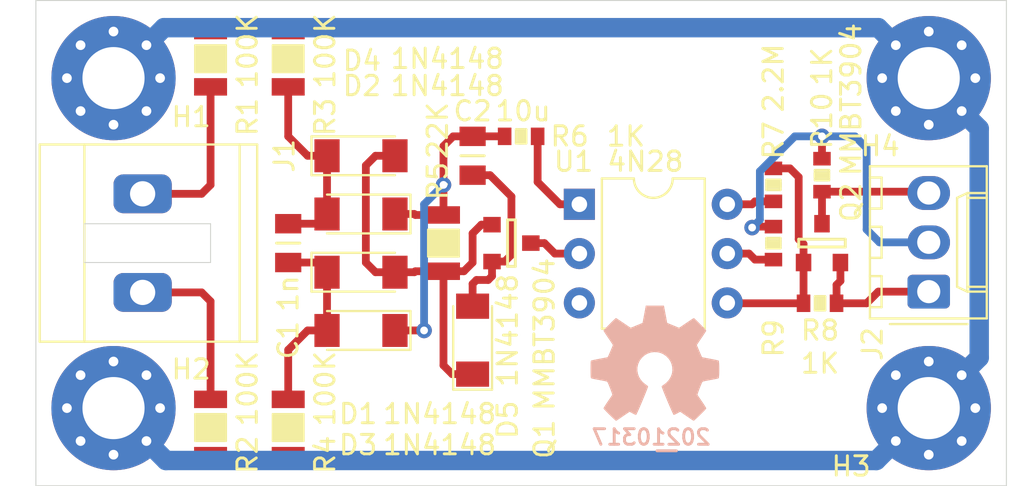
<source format=kicad_pcb>
(kicad_pcb (version 20171130) (host pcbnew 5.1.9-73d0e3b20d~88~ubuntu20.10.1)

  (general
    (thickness 1.6)
    (drawings 8)
    (tracks 112)
    (zones 0)
    (modules 28)
    (nets 20)
  )

  (page A4)
  (layers
    (0 F.Cu signal)
    (31 B.Cu signal)
    (32 B.Adhes user)
    (33 F.Adhes user)
    (34 B.Paste user)
    (35 F.Paste user)
    (36 B.SilkS user)
    (37 F.SilkS user)
    (38 B.Mask user)
    (39 F.Mask user)
    (40 Dwgs.User user)
    (41 Cmts.User user)
    (42 Eco1.User user)
    (43 Eco2.User user)
    (44 Edge.Cuts user)
    (45 Margin user)
    (46 B.CrtYd user)
    (47 F.CrtYd user)
    (48 B.Fab user)
    (49 F.Fab user)
  )

  (setup
    (last_trace_width 1)
    (user_trace_width 0.2)
    (user_trace_width 0.3)
    (user_trace_width 0.4)
    (user_trace_width 0.6)
    (user_trace_width 0.8)
    (user_trace_width 1)
    (user_trace_width 1.2)
    (user_trace_width 1.4)
    (user_trace_width 1.6)
    (user_trace_width 2)
    (trace_clearance 0.2)
    (zone_clearance 0.508)
    (zone_45_only no)
    (trace_min 0.1524)
    (via_size 0.8)
    (via_drill 0.4)
    (via_min_size 0.381)
    (via_min_drill 0.254)
    (user_via 0.4 0.254)
    (user_via 0.5 0.3)
    (user_via 0.6 0.4)
    (user_via 0.8 0.6)
    (user_via 1.1 0.8)
    (user_via 1.3 1)
    (user_via 1.5 1.2)
    (user_via 1.7 1.4)
    (user_via 1.9 1.6)
    (user_via 2.5 2)
    (uvia_size 0.3)
    (uvia_drill 0.1)
    (uvias_allowed no)
    (uvia_min_size 0.2)
    (uvia_min_drill 0.1)
    (edge_width 0.05)
    (segment_width 0.2)
    (pcb_text_width 0.3)
    (pcb_text_size 1.5 1.5)
    (mod_edge_width 0.12)
    (mod_text_size 0.8 0.8)
    (mod_text_width 0.12)
    (pad_size 1.524 1.524)
    (pad_drill 0.762)
    (pad_to_mask_clearance 0.0762)
    (solder_mask_min_width 0.1016)
    (pad_to_paste_clearance_ratio -0.1)
    (aux_axis_origin 0 0)
    (visible_elements FFFFFF7F)
    (pcbplotparams
      (layerselection 0x010fc_ffffffff)
      (usegerberextensions false)
      (usegerberattributes true)
      (usegerberadvancedattributes true)
      (creategerberjobfile true)
      (excludeedgelayer true)
      (linewidth 0.100000)
      (plotframeref false)
      (viasonmask false)
      (mode 1)
      (useauxorigin false)
      (hpglpennumber 1)
      (hpglpenspeed 20)
      (hpglpendiameter 15.000000)
      (psnegative false)
      (psa4output false)
      (plotreference true)
      (plotvalue true)
      (plotinvisibletext false)
      (padsonsilk false)
      (subtractmaskfromsilk false)
      (outputformat 1)
      (mirror false)
      (drillshape 1)
      (scaleselection 1)
      (outputdirectory ""))
  )

  (net 0 "")
  (net 1 /PHASE)
  (net 2 /NEUTRAL)
  (net 3 "Net-(C1-Pad2)")
  (net 4 "Net-(C1-Pad1)")
  (net 5 "Net-(C2-Pad2)")
  (net 6 "Net-(C2-Pad1)")
  (net 7 "Net-(D3-Pad2)")
  (net 8 "Net-(R1-Pad1)")
  (net 9 "Net-(R2-Pad1)")
  (net 10 Earth)
  (net 11 /DETECTOR)
  (net 12 /VCC)
  (net 13 /GND)
  (net 14 "Net-(R6-Pad1)")
  (net 15 "Net-(R7-Pad2)")
  (net 16 "Net-(Q2-Pad1)")
  (net 17 "Net-(R9-Pad1)")
  (net 18 "Net-(U1-Pad3)")
  (net 19 "Net-(Q1-Pad3)")

  (net_class Default "This is the default net class."
    (clearance 0.2)
    (trace_width 0.25)
    (via_dia 0.8)
    (via_drill 0.4)
    (uvia_dia 0.3)
    (uvia_drill 0.1)
    (add_net /DETECTOR)
    (add_net /GND)
    (add_net /NEUTRAL)
    (add_net /PHASE)
    (add_net /VCC)
    (add_net Earth)
    (add_net "Net-(C1-Pad1)")
    (add_net "Net-(C1-Pad2)")
    (add_net "Net-(C2-Pad1)")
    (add_net "Net-(C2-Pad2)")
    (add_net "Net-(D3-Pad2)")
    (add_net "Net-(Q1-Pad3)")
    (add_net "Net-(Q2-Pad1)")
    (add_net "Net-(R1-Pad1)")
    (add_net "Net-(R2-Pad1)")
    (add_net "Net-(R6-Pad1)")
    (add_net "Net-(R7-Pad2)")
    (add_net "Net-(R9-Pad1)")
    (add_net "Net-(U1-Pad3)")
  )

  (module SquantorIC:SOT23-3 (layer F.Cu) (tedit 5D43446D) (tstamp 6053C44C)
    (at 165.5 92.5)
    (path /60548D63)
    (fp_text reference Q2 (at 1.5 -2.1 90) (layer F.SilkS)
      (effects (font (size 1 1) (thickness 0.15)))
    )
    (fp_text value MMBT3904 (at 1.5 -7.4 90) (layer F.SilkS)
      (effects (font (size 1 1) (thickness 0.15)))
    )
    (fp_line (start -1.2 -0.2) (end 1.2 -0.2) (layer F.SilkS) (width 0.15))
    (fp_line (start 1.2 -0.2) (end 1.2 0.2) (layer F.SilkS) (width 0.15))
    (fp_line (start 1.2 0.2) (end -1.2 0.2) (layer F.SilkS) (width 0.15))
    (fp_line (start -1.2 0.2) (end -1.2 -0.2) (layer F.SilkS) (width 0.15))
    (fp_line (start -1.7 1.8) (end 1.7 1.8) (layer F.CrtYd) (width 0.05))
    (fp_line (start -1.7 1.8) (end -1.7 -1.1) (layer F.CrtYd) (width 0.05))
    (fp_line (start -1.7 -1.1) (end -0.7 -1.1) (layer F.CrtYd) (width 0.05))
    (fp_line (start -0.7 -1.1) (end -0.7 -1.8) (layer F.CrtYd) (width 0.05))
    (fp_line (start -0.7 -1.8) (end 0.7 -1.8) (layer F.CrtYd) (width 0.05))
    (fp_line (start 0.7 -1.8) (end 0.7 -1.1) (layer F.CrtYd) (width 0.05))
    (fp_line (start 0.7 -1.1) (end 1.7 -1.1) (layer F.CrtYd) (width 0.05))
    (fp_line (start 1.7 -1.1) (end 1.7 1.8) (layer F.CrtYd) (width 0.05))
    (pad 3 smd rect (at 0 -1) (size 0.8 0.9) (layers F.Cu F.Paste F.Mask)
      (net 11 /DETECTOR))
    (pad 2 smd rect (at 0.95 1) (size 0.8 0.9) (layers F.Cu F.Paste F.Mask)
      (net 13 /GND))
    (pad 1 smd rect (at -0.95 1) (size 0.8 0.9) (layers F.Cu F.Paste F.Mask)
      (net 16 "Net-(Q2-Pad1)"))
    (model ${KISYS3DMOD}/Package_TO_SOT_SMD.3dshapes/SOT-23.step
      (at (xyz 0 0 0))
      (scale (xyz 1 1 1))
      (rotate (xyz 0 0 -90))
    )
  )

  (module SquantorIC:SOT23-3 (layer F.Cu) (tedit 5D43446D) (tstamp 6053C439)
    (at 149.5 92.5 270)
    (path /6053B176)
    (fp_text reference Q1 (at 10.1 -1.7 90) (layer F.SilkS)
      (effects (font (size 1 1) (thickness 0.15)))
    )
    (fp_text value MMBT3904 (at 4.7 -1.7 90) (layer F.SilkS)
      (effects (font (size 1 1) (thickness 0.15)))
    )
    (fp_line (start -1.2 -0.2) (end 1.2 -0.2) (layer F.SilkS) (width 0.15))
    (fp_line (start 1.2 -0.2) (end 1.2 0.2) (layer F.SilkS) (width 0.15))
    (fp_line (start 1.2 0.2) (end -1.2 0.2) (layer F.SilkS) (width 0.15))
    (fp_line (start -1.2 0.2) (end -1.2 -0.2) (layer F.SilkS) (width 0.15))
    (fp_line (start -1.7 1.8) (end 1.7 1.8) (layer F.CrtYd) (width 0.05))
    (fp_line (start -1.7 1.8) (end -1.7 -1.1) (layer F.CrtYd) (width 0.05))
    (fp_line (start -1.7 -1.1) (end -0.7 -1.1) (layer F.CrtYd) (width 0.05))
    (fp_line (start -0.7 -1.1) (end -0.7 -1.8) (layer F.CrtYd) (width 0.05))
    (fp_line (start -0.7 -1.8) (end 0.7 -1.8) (layer F.CrtYd) (width 0.05))
    (fp_line (start 0.7 -1.8) (end 0.7 -1.1) (layer F.CrtYd) (width 0.05))
    (fp_line (start 0.7 -1.1) (end 1.7 -1.1) (layer F.CrtYd) (width 0.05))
    (fp_line (start 1.7 -1.1) (end 1.7 1.8) (layer F.CrtYd) (width 0.05))
    (pad 3 smd rect (at 0 -1 270) (size 0.8 0.9) (layers F.Cu F.Paste F.Mask)
      (net 19 "Net-(Q1-Pad3)"))
    (pad 2 smd rect (at 0.95 1 270) (size 0.8 0.9) (layers F.Cu F.Paste F.Mask)
      (net 5 "Net-(C2-Pad2)"))
    (pad 1 smd rect (at -0.95 1 270) (size 0.8 0.9) (layers F.Cu F.Paste F.Mask)
      (net 7 "Net-(D3-Pad2)"))
    (model ${KISYS3DMOD}/Package_TO_SOT_SMD.3dshapes/SOT-23.step
      (at (xyz 0 0 0))
      (scale (xyz 1 1 1))
      (rotate (xyz 0 0 -90))
    )
  )

  (module Package_DIP:DIP-6_W7.62mm (layer F.Cu) (tedit 5A02E8C5) (tstamp 6053B2EA)
    (at 153 90.5)
    (descr "6-lead though-hole mounted DIP package, row spacing 7.62 mm (300 mils)")
    (tags "THT DIP DIL PDIP 2.54mm 7.62mm 300mil")
    (path /60542DD1)
    (fp_text reference U1 (at -0.3 -2.2) (layer F.SilkS)
      (effects (font (size 1 1) (thickness 0.15)))
    )
    (fp_text value 4N28 (at 3.4 -2.2) (layer F.SilkS)
      (effects (font (size 1 1) (thickness 0.15)))
    )
    (fp_text user %R (at 3.81 2.54) (layer F.Fab)
      (effects (font (size 1 1) (thickness 0.15)))
    )
    (fp_arc (start 3.81 -1.33) (end 2.81 -1.33) (angle -180) (layer F.SilkS) (width 0.12))
    (fp_line (start 1.635 -1.27) (end 6.985 -1.27) (layer F.Fab) (width 0.1))
    (fp_line (start 6.985 -1.27) (end 6.985 6.35) (layer F.Fab) (width 0.1))
    (fp_line (start 6.985 6.35) (end 0.635 6.35) (layer F.Fab) (width 0.1))
    (fp_line (start 0.635 6.35) (end 0.635 -0.27) (layer F.Fab) (width 0.1))
    (fp_line (start 0.635 -0.27) (end 1.635 -1.27) (layer F.Fab) (width 0.1))
    (fp_line (start 2.81 -1.33) (end 1.16 -1.33) (layer F.SilkS) (width 0.12))
    (fp_line (start 1.16 -1.33) (end 1.16 6.41) (layer F.SilkS) (width 0.12))
    (fp_line (start 1.16 6.41) (end 6.46 6.41) (layer F.SilkS) (width 0.12))
    (fp_line (start 6.46 6.41) (end 6.46 -1.33) (layer F.SilkS) (width 0.12))
    (fp_line (start 6.46 -1.33) (end 4.81 -1.33) (layer F.SilkS) (width 0.12))
    (fp_line (start -1.1 -1.55) (end -1.1 6.6) (layer F.CrtYd) (width 0.05))
    (fp_line (start -1.1 6.6) (end 8.7 6.6) (layer F.CrtYd) (width 0.05))
    (fp_line (start 8.7 6.6) (end 8.7 -1.55) (layer F.CrtYd) (width 0.05))
    (fp_line (start 8.7 -1.55) (end -1.1 -1.55) (layer F.CrtYd) (width 0.05))
    (pad 6 thru_hole oval (at 7.62 0) (size 1.6 1.6) (drill 0.8) (layers *.Cu *.Mask)
      (net 15 "Net-(R7-Pad2)"))
    (pad 3 thru_hole oval (at 0 5.08) (size 1.6 1.6) (drill 0.8) (layers *.Cu *.Mask)
      (net 18 "Net-(U1-Pad3)"))
    (pad 5 thru_hole oval (at 7.62 2.54) (size 1.6 1.6) (drill 0.8) (layers *.Cu *.Mask)
      (net 17 "Net-(R9-Pad1)"))
    (pad 2 thru_hole oval (at 0 2.54) (size 1.6 1.6) (drill 0.8) (layers *.Cu *.Mask)
      (net 19 "Net-(Q1-Pad3)"))
    (pad 4 thru_hole oval (at 7.62 5.08) (size 1.6 1.6) (drill 0.8) (layers *.Cu *.Mask)
      (net 16 "Net-(Q2-Pad1)"))
    (pad 1 thru_hole rect (at 0 0) (size 1.6 1.6) (drill 0.8) (layers *.Cu *.Mask)
      (net 14 "Net-(R6-Pad1)"))
    (model ${KISYS3DMOD}/Package_DIP.3dshapes/DIP-6_W7.62mm.wrl
      (at (xyz 0 0 0))
      (scale (xyz 1 1 1))
      (rotate (xyz 0 0 0))
    )
  )

  (module SquantorRcl:R_0603_hand (layer F.Cu) (tedit 5D440259) (tstamp 6053B2D0)
    (at 165.5 89 90)
    (descr "Resistor SMD 0603, reflow soldering, Vishay (see dcrcw.pdf)")
    (tags "resistor 0603")
    (path /6056C3E7)
    (attr smd)
    (fp_text reference R10 (at 2.8 0 90) (layer F.SilkS)
      (effects (font (size 1 1) (thickness 0.15)))
    )
    (fp_text value 1K (at 5.6 0 90) (layer F.SilkS)
      (effects (font (size 1 1) (thickness 0.15)))
    )
    (fp_line (start -0.8 0.4) (end -0.8 -0.4) (layer F.Fab) (width 0.1))
    (fp_line (start 0.8 0.4) (end -0.8 0.4) (layer F.Fab) (width 0.1))
    (fp_line (start 0.8 -0.4) (end 0.8 0.4) (layer F.Fab) (width 0.1))
    (fp_line (start -0.8 -0.4) (end 0.8 -0.4) (layer F.Fab) (width 0.1))
    (fp_line (start -1.45 -0.75) (end 1.45 -0.75) (layer F.CrtYd) (width 0.05))
    (fp_line (start -1.45 0.75) (end 1.45 0.75) (layer F.CrtYd) (width 0.05))
    (fp_line (start -1.45 -0.75) (end -1.45 0.75) (layer F.CrtYd) (width 0.05))
    (fp_line (start 1.45 -0.75) (end 1.45 0.75) (layer F.CrtYd) (width 0.05))
    (fp_line (start 0.25 -0.35) (end 0.25 0.35) (layer F.SilkS) (width 0.15))
    (fp_line (start -0.25 0.35) (end -0.25 -0.35) (layer F.SilkS) (width 0.15))
    (fp_line (start -0.25 -0.35) (end 0.25 -0.35) (layer F.SilkS) (width 0.15))
    (fp_line (start 0.25 0.35) (end -0.25 0.35) (layer F.SilkS) (width 0.15))
    (fp_line (start -0.1 0.35) (end -0.1 -0.35) (layer F.SilkS) (width 0.15))
    (fp_line (start -0.1 -0.35) (end 0.1 -0.35) (layer F.SilkS) (width 0.15))
    (fp_line (start 0.1 -0.35) (end 0.1 0.35) (layer F.SilkS) (width 0.15))
    (fp_line (start 0 0.35) (end 0 -0.35) (layer F.SilkS) (width 0.15))
    (pad 2 smd rect (at 0.85 0 90) (size 0.7 0.9) (layers F.Cu F.Paste F.Mask)
      (net 12 /VCC))
    (pad 1 smd rect (at -0.85 0 90) (size 0.7 0.9) (layers F.Cu F.Paste F.Mask)
      (net 11 /DETECTOR))
    (model ${KISYS3DMOD}/Resistor_SMD.3dshapes/R_0603_1608Metric.step
      (at (xyz 0 0 0))
      (scale (xyz 1 1 1))
      (rotate (xyz 0 0 0))
    )
  )

  (module SquantorRcl:R_0603_hand (layer F.Cu) (tedit 5D440259) (tstamp 6053B2BA)
    (at 163 92.5 90)
    (descr "Resistor SMD 0603, reflow soldering, Vishay (see dcrcw.pdf)")
    (tags "resistor 0603")
    (path /6054B0DA)
    (attr smd)
    (fp_text reference R9 (at -4.9 0 90) (layer F.SilkS)
      (effects (font (size 1 1) (thickness 0.15)))
    )
    (fp_text value 47 (at -2.4 0 90) (layer F.Fab)
      (effects (font (size 1 1) (thickness 0.15)))
    )
    (fp_line (start -0.8 0.4) (end -0.8 -0.4) (layer F.Fab) (width 0.1))
    (fp_line (start 0.8 0.4) (end -0.8 0.4) (layer F.Fab) (width 0.1))
    (fp_line (start 0.8 -0.4) (end 0.8 0.4) (layer F.Fab) (width 0.1))
    (fp_line (start -0.8 -0.4) (end 0.8 -0.4) (layer F.Fab) (width 0.1))
    (fp_line (start -1.45 -0.75) (end 1.45 -0.75) (layer F.CrtYd) (width 0.05))
    (fp_line (start -1.45 0.75) (end 1.45 0.75) (layer F.CrtYd) (width 0.05))
    (fp_line (start -1.45 -0.75) (end -1.45 0.75) (layer F.CrtYd) (width 0.05))
    (fp_line (start 1.45 -0.75) (end 1.45 0.75) (layer F.CrtYd) (width 0.05))
    (fp_line (start 0.25 -0.35) (end 0.25 0.35) (layer F.SilkS) (width 0.15))
    (fp_line (start -0.25 0.35) (end -0.25 -0.35) (layer F.SilkS) (width 0.15))
    (fp_line (start -0.25 -0.35) (end 0.25 -0.35) (layer F.SilkS) (width 0.15))
    (fp_line (start 0.25 0.35) (end -0.25 0.35) (layer F.SilkS) (width 0.15))
    (fp_line (start -0.1 0.35) (end -0.1 -0.35) (layer F.SilkS) (width 0.15))
    (fp_line (start -0.1 -0.35) (end 0.1 -0.35) (layer F.SilkS) (width 0.15))
    (fp_line (start 0.1 -0.35) (end 0.1 0.35) (layer F.SilkS) (width 0.15))
    (fp_line (start 0 0.35) (end 0 -0.35) (layer F.SilkS) (width 0.15))
    (pad 2 smd rect (at 0.85 0 90) (size 0.7 0.9) (layers F.Cu F.Paste F.Mask)
      (net 12 /VCC))
    (pad 1 smd rect (at -0.85 0 90) (size 0.7 0.9) (layers F.Cu F.Paste F.Mask)
      (net 17 "Net-(R9-Pad1)"))
    (model ${KISYS3DMOD}/Resistor_SMD.3dshapes/R_0603_1608Metric.step
      (at (xyz 0 0 0))
      (scale (xyz 1 1 1))
      (rotate (xyz 0 0 0))
    )
  )

  (module SquantorRcl:R_0603_hand (layer F.Cu) (tedit 5D440259) (tstamp 6053B2A4)
    (at 165.4 95.6 180)
    (descr "Resistor SMD 0603, reflow soldering, Vishay (see dcrcw.pdf)")
    (tags "resistor 0603")
    (path /60550A49)
    (attr smd)
    (fp_text reference R8 (at 0 -1.4) (layer F.SilkS)
      (effects (font (size 1 1) (thickness 0.15)))
    )
    (fp_text value 1K (at 0 -3.1) (layer F.SilkS)
      (effects (font (size 1 1) (thickness 0.15)))
    )
    (fp_line (start -0.8 0.4) (end -0.8 -0.4) (layer F.Fab) (width 0.1))
    (fp_line (start 0.8 0.4) (end -0.8 0.4) (layer F.Fab) (width 0.1))
    (fp_line (start 0.8 -0.4) (end 0.8 0.4) (layer F.Fab) (width 0.1))
    (fp_line (start -0.8 -0.4) (end 0.8 -0.4) (layer F.Fab) (width 0.1))
    (fp_line (start -1.45 -0.75) (end 1.45 -0.75) (layer F.CrtYd) (width 0.05))
    (fp_line (start -1.45 0.75) (end 1.45 0.75) (layer F.CrtYd) (width 0.05))
    (fp_line (start -1.45 -0.75) (end -1.45 0.75) (layer F.CrtYd) (width 0.05))
    (fp_line (start 1.45 -0.75) (end 1.45 0.75) (layer F.CrtYd) (width 0.05))
    (fp_line (start 0.25 -0.35) (end 0.25 0.35) (layer F.SilkS) (width 0.15))
    (fp_line (start -0.25 0.35) (end -0.25 -0.35) (layer F.SilkS) (width 0.15))
    (fp_line (start -0.25 -0.35) (end 0.25 -0.35) (layer F.SilkS) (width 0.15))
    (fp_line (start 0.25 0.35) (end -0.25 0.35) (layer F.SilkS) (width 0.15))
    (fp_line (start -0.1 0.35) (end -0.1 -0.35) (layer F.SilkS) (width 0.15))
    (fp_line (start -0.1 -0.35) (end 0.1 -0.35) (layer F.SilkS) (width 0.15))
    (fp_line (start 0.1 -0.35) (end 0.1 0.35) (layer F.SilkS) (width 0.15))
    (fp_line (start 0 0.35) (end 0 -0.35) (layer F.SilkS) (width 0.15))
    (pad 2 smd rect (at 0.85 0 180) (size 0.7 0.9) (layers F.Cu F.Paste F.Mask)
      (net 16 "Net-(Q2-Pad1)"))
    (pad 1 smd rect (at -0.85 0 180) (size 0.7 0.9) (layers F.Cu F.Paste F.Mask)
      (net 13 /GND))
    (model ${KISYS3DMOD}/Resistor_SMD.3dshapes/R_0603_1608Metric.step
      (at (xyz 0 0 0))
      (scale (xyz 1 1 1))
      (rotate (xyz 0 0 0))
    )
  )

  (module SquantorRcl:R_0603_hand (layer F.Cu) (tedit 5D440259) (tstamp 6053B28E)
    (at 163 89.5 270)
    (descr "Resistor SMD 0603, reflow soldering, Vishay (see dcrcw.pdf)")
    (tags "resistor 0603")
    (path /605512E6)
    (attr smd)
    (fp_text reference R7 (at -2.3 0 90) (layer F.SilkS)
      (effects (font (size 1 1) (thickness 0.15)))
    )
    (fp_text value 2.2M (at -5.5 0 90) (layer F.SilkS)
      (effects (font (size 1 1) (thickness 0.15)))
    )
    (fp_line (start -0.8 0.4) (end -0.8 -0.4) (layer F.Fab) (width 0.1))
    (fp_line (start 0.8 0.4) (end -0.8 0.4) (layer F.Fab) (width 0.1))
    (fp_line (start 0.8 -0.4) (end 0.8 0.4) (layer F.Fab) (width 0.1))
    (fp_line (start -0.8 -0.4) (end 0.8 -0.4) (layer F.Fab) (width 0.1))
    (fp_line (start -1.45 -0.75) (end 1.45 -0.75) (layer F.CrtYd) (width 0.05))
    (fp_line (start -1.45 0.75) (end 1.45 0.75) (layer F.CrtYd) (width 0.05))
    (fp_line (start -1.45 -0.75) (end -1.45 0.75) (layer F.CrtYd) (width 0.05))
    (fp_line (start 1.45 -0.75) (end 1.45 0.75) (layer F.CrtYd) (width 0.05))
    (fp_line (start 0.25 -0.35) (end 0.25 0.35) (layer F.SilkS) (width 0.15))
    (fp_line (start -0.25 0.35) (end -0.25 -0.35) (layer F.SilkS) (width 0.15))
    (fp_line (start -0.25 -0.35) (end 0.25 -0.35) (layer F.SilkS) (width 0.15))
    (fp_line (start 0.25 0.35) (end -0.25 0.35) (layer F.SilkS) (width 0.15))
    (fp_line (start -0.1 0.35) (end -0.1 -0.35) (layer F.SilkS) (width 0.15))
    (fp_line (start -0.1 -0.35) (end 0.1 -0.35) (layer F.SilkS) (width 0.15))
    (fp_line (start 0.1 -0.35) (end 0.1 0.35) (layer F.SilkS) (width 0.15))
    (fp_line (start 0 0.35) (end 0 -0.35) (layer F.SilkS) (width 0.15))
    (pad 2 smd rect (at 0.85 0 270) (size 0.7 0.9) (layers F.Cu F.Paste F.Mask)
      (net 15 "Net-(R7-Pad2)"))
    (pad 1 smd rect (at -0.85 0 270) (size 0.7 0.9) (layers F.Cu F.Paste F.Mask)
      (net 16 "Net-(Q2-Pad1)"))
    (model ${KISYS3DMOD}/Resistor_SMD.3dshapes/R_0603_1608Metric.step
      (at (xyz 0 0 0))
      (scale (xyz 1 1 1))
      (rotate (xyz 0 0 0))
    )
  )

  (module SquantorRcl:R_0603_hand (layer F.Cu) (tedit 5D440259) (tstamp 6053B278)
    (at 150 87 180)
    (descr "Resistor SMD 0603, reflow soldering, Vishay (see dcrcw.pdf)")
    (tags "resistor 0603")
    (path /60540F4E)
    (attr smd)
    (fp_text reference R6 (at -2.5 0) (layer F.SilkS)
      (effects (font (size 1 1) (thickness 0.15)))
    )
    (fp_text value 1K (at -5.4 0) (layer F.SilkS)
      (effects (font (size 1 1) (thickness 0.15)))
    )
    (fp_line (start -0.8 0.4) (end -0.8 -0.4) (layer F.Fab) (width 0.1))
    (fp_line (start 0.8 0.4) (end -0.8 0.4) (layer F.Fab) (width 0.1))
    (fp_line (start 0.8 -0.4) (end 0.8 0.4) (layer F.Fab) (width 0.1))
    (fp_line (start -0.8 -0.4) (end 0.8 -0.4) (layer F.Fab) (width 0.1))
    (fp_line (start -1.45 -0.75) (end 1.45 -0.75) (layer F.CrtYd) (width 0.05))
    (fp_line (start -1.45 0.75) (end 1.45 0.75) (layer F.CrtYd) (width 0.05))
    (fp_line (start -1.45 -0.75) (end -1.45 0.75) (layer F.CrtYd) (width 0.05))
    (fp_line (start 1.45 -0.75) (end 1.45 0.75) (layer F.CrtYd) (width 0.05))
    (fp_line (start 0.25 -0.35) (end 0.25 0.35) (layer F.SilkS) (width 0.15))
    (fp_line (start -0.25 0.35) (end -0.25 -0.35) (layer F.SilkS) (width 0.15))
    (fp_line (start -0.25 -0.35) (end 0.25 -0.35) (layer F.SilkS) (width 0.15))
    (fp_line (start 0.25 0.35) (end -0.25 0.35) (layer F.SilkS) (width 0.15))
    (fp_line (start -0.1 0.35) (end -0.1 -0.35) (layer F.SilkS) (width 0.15))
    (fp_line (start -0.1 -0.35) (end 0.1 -0.35) (layer F.SilkS) (width 0.15))
    (fp_line (start 0.1 -0.35) (end 0.1 0.35) (layer F.SilkS) (width 0.15))
    (fp_line (start 0 0.35) (end 0 -0.35) (layer F.SilkS) (width 0.15))
    (pad 2 smd rect (at 0.85 0 180) (size 0.7 0.9) (layers F.Cu F.Paste F.Mask)
      (net 6 "Net-(C2-Pad1)"))
    (pad 1 smd rect (at -0.85 0 180) (size 0.7 0.9) (layers F.Cu F.Paste F.Mask)
      (net 14 "Net-(R6-Pad1)"))
    (model ${KISYS3DMOD}/Resistor_SMD.3dshapes/R_0603_1608Metric.step
      (at (xyz 0 0 0))
      (scale (xyz 1 1 1))
      (rotate (xyz 0 0 0))
    )
  )

  (module Connector_Molex:Molex_KK-254_AE-6410-03A_1x03_P2.54mm_Vertical (layer F.Cu) (tedit 5EA53D3B) (tstamp 6053B1C6)
    (at 171 95 90)
    (descr "Molex KK-254 Interconnect System, old/engineering part number: AE-6410-03A example for new part number: 22-27-2031, 3 Pins (http://www.molex.com/pdm_docs/sd/022272021_sd.pdf), generated with kicad-footprint-generator")
    (tags "connector Molex KK-254 vertical")
    (path /6059F9C4)
    (fp_text reference J2 (at -2.7 -2.9 90) (layer F.SilkS)
      (effects (font (size 1 1) (thickness 0.15)))
    )
    (fp_text value Conn_01x03 (at 2.54 4.08 90) (layer F.Fab)
      (effects (font (size 1 1) (thickness 0.15)))
    )
    (fp_text user %R (at 2.54 -2.22 90) (layer F.Fab)
      (effects (font (size 1 1) (thickness 0.15)))
    )
    (fp_line (start -1.27 -2.92) (end -1.27 2.88) (layer F.Fab) (width 0.1))
    (fp_line (start -1.27 2.88) (end 6.35 2.88) (layer F.Fab) (width 0.1))
    (fp_line (start 6.35 2.88) (end 6.35 -2.92) (layer F.Fab) (width 0.1))
    (fp_line (start 6.35 -2.92) (end -1.27 -2.92) (layer F.Fab) (width 0.1))
    (fp_line (start -1.38 -3.03) (end -1.38 2.99) (layer F.SilkS) (width 0.12))
    (fp_line (start -1.38 2.99) (end 6.46 2.99) (layer F.SilkS) (width 0.12))
    (fp_line (start 6.46 2.99) (end 6.46 -3.03) (layer F.SilkS) (width 0.12))
    (fp_line (start 6.46 -3.03) (end -1.38 -3.03) (layer F.SilkS) (width 0.12))
    (fp_line (start -1.67 -2) (end -1.67 2) (layer F.SilkS) (width 0.12))
    (fp_line (start -1.27 -0.5) (end -0.562893 0) (layer F.Fab) (width 0.1))
    (fp_line (start -0.562893 0) (end -1.27 0.5) (layer F.Fab) (width 0.1))
    (fp_line (start 0 2.99) (end 0 1.99) (layer F.SilkS) (width 0.12))
    (fp_line (start 0 1.99) (end 5.08 1.99) (layer F.SilkS) (width 0.12))
    (fp_line (start 5.08 1.99) (end 5.08 2.99) (layer F.SilkS) (width 0.12))
    (fp_line (start 0 1.99) (end 0.25 1.46) (layer F.SilkS) (width 0.12))
    (fp_line (start 0.25 1.46) (end 4.83 1.46) (layer F.SilkS) (width 0.12))
    (fp_line (start 4.83 1.46) (end 5.08 1.99) (layer F.SilkS) (width 0.12))
    (fp_line (start 0.25 2.99) (end 0.25 1.99) (layer F.SilkS) (width 0.12))
    (fp_line (start 4.83 2.99) (end 4.83 1.99) (layer F.SilkS) (width 0.12))
    (fp_line (start -0.8 -3.03) (end -0.8 -2.43) (layer F.SilkS) (width 0.12))
    (fp_line (start -0.8 -2.43) (end 0.8 -2.43) (layer F.SilkS) (width 0.12))
    (fp_line (start 0.8 -2.43) (end 0.8 -3.03) (layer F.SilkS) (width 0.12))
    (fp_line (start 1.74 -3.03) (end 1.74 -2.43) (layer F.SilkS) (width 0.12))
    (fp_line (start 1.74 -2.43) (end 3.34 -2.43) (layer F.SilkS) (width 0.12))
    (fp_line (start 3.34 -2.43) (end 3.34 -3.03) (layer F.SilkS) (width 0.12))
    (fp_line (start 4.28 -3.03) (end 4.28 -2.43) (layer F.SilkS) (width 0.12))
    (fp_line (start 4.28 -2.43) (end 5.88 -2.43) (layer F.SilkS) (width 0.12))
    (fp_line (start 5.88 -2.43) (end 5.88 -3.03) (layer F.SilkS) (width 0.12))
    (fp_line (start -1.77 -3.42) (end -1.77 3.38) (layer F.CrtYd) (width 0.05))
    (fp_line (start -1.77 3.38) (end 6.85 3.38) (layer F.CrtYd) (width 0.05))
    (fp_line (start 6.85 3.38) (end 6.85 -3.42) (layer F.CrtYd) (width 0.05))
    (fp_line (start 6.85 -3.42) (end -1.77 -3.42) (layer F.CrtYd) (width 0.05))
    (pad 3 thru_hole oval (at 5.08 0 90) (size 1.74 2.19) (drill 1.19) (layers *.Cu *.Mask)
      (net 11 /DETECTOR))
    (pad 2 thru_hole oval (at 2.54 0 90) (size 1.74 2.19) (drill 1.19) (layers *.Cu *.Mask)
      (net 12 /VCC))
    (pad 1 thru_hole roundrect (at 0 0 90) (size 1.74 2.19) (drill 1.19) (layers *.Cu *.Mask) (roundrect_rratio 0.143678)
      (net 13 /GND))
    (model ${KISYS3DMOD}/Connector_Molex.3dshapes/Molex_KK-254_AE-6410-03A_1x03_P2.54mm_Vertical.wrl
      (at (xyz 0 0 0))
      (scale (xyz 1 1 1))
      (rotate (xyz 0 0 0))
    )
  )

  (module SquantorPhoenixContact:MKDS_2conn_508pitch_1711725 (layer F.Cu) (tedit 60524F92) (tstamp 60528DA1)
    (at 130.5 92.5 270)
    (descr "Phoenix Contact 2 contact PCB terminal block - MKDS 3/ 2-5,08 - 1711725 ")
    (tags "PhoenixContact 2connections MKDS")
    (path /60563155)
    (fp_text reference J1 (at -4.5 -7.3 90) (layer F.SilkS)
      (effects (font (size 1 1) (thickness 0.15)))
    )
    (fp_text value Conn_01x02 (at 0 6.5 90) (layer F.Fab)
      (effects (font (size 1 1) (thickness 0.15)))
    )
    (fp_line (start -5.08 5.3) (end 5.08 5.3) (layer F.SilkS) (width 0.12))
    (fp_line (start 5.08 5.3) (end 5.08 -5.9) (layer F.SilkS) (width 0.12))
    (fp_line (start -5.08 3) (end 5.08 3) (layer F.SilkS) (width 0.12))
    (fp_line (start -5.08 -5) (end 5.08 -5) (layer F.SilkS) (width 0.12))
    (fp_line (start -5.08 -5.9) (end -5.08 5.3) (layer F.SilkS) (width 0.12))
    (fp_line (start 5.08 -5.9) (end -5.08 -5.9) (layer F.SilkS) (width 0.12))
    (fp_line (start 5.08 5.3) (end 5.08 -5.9) (layer F.Fab) (width 0.12))
    (fp_line (start 5.08 -5.9) (end -5.08 -5.9) (layer F.Fab) (width 0.12))
    (fp_line (start -5.08 -5.9) (end -5.08 5.3) (layer F.Fab) (width 0.12))
    (fp_line (start -5.08 5.3) (end 5.08 5.3) (layer F.Fab) (width 0.12))
    (fp_line (start -5.08 3) (end 5.08 3) (layer F.Fab) (width 0.12))
    (fp_line (start -5.08 -5) (end 5.08 -5) (layer F.Fab) (width 0.12))
    (pad 2 thru_hole roundrect (at 2.54 0 270) (size 2 3) (drill 1.3) (layers *.Cu *.Mask) (roundrect_rratio 0.25)
      (net 2 /NEUTRAL))
    (pad 1 thru_hole roundrect (at -2.54 0 270) (size 2 3) (drill 1.3) (layers *.Cu *.Mask) (roundrect_rratio 0.25)
      (net 1 /PHASE))
  )

  (module MountingHole:MountingHole_3.2mm_M3_Pad_Via (layer F.Cu) (tedit 56DDBCCA) (tstamp 605280E6)
    (at 171 84)
    (descr "Mounting Hole 3.2mm, M3")
    (tags "mounting hole 3.2mm m3")
    (path /60558597)
    (attr virtual)
    (fp_text reference H4 (at -2.5 3.5) (layer F.SilkS)
      (effects (font (size 1 1) (thickness 0.15)))
    )
    (fp_text value M3 (at -2.5 3.5) (layer F.Fab)
      (effects (font (size 1 1) (thickness 0.15)))
    )
    (fp_circle (center 0 0) (end 3.45 0) (layer F.CrtYd) (width 0.05))
    (fp_circle (center 0 0) (end 3.2 0) (layer Cmts.User) (width 0.15))
    (fp_text user %R (at 0.3 0) (layer F.Fab)
      (effects (font (size 1 1) (thickness 0.15)))
    )
    (pad 1 thru_hole circle (at 1.697056 -1.697056) (size 0.8 0.8) (drill 0.5) (layers *.Cu *.Mask)
      (net 10 Earth))
    (pad 1 thru_hole circle (at 0 -2.4) (size 0.8 0.8) (drill 0.5) (layers *.Cu *.Mask)
      (net 10 Earth))
    (pad 1 thru_hole circle (at -1.697056 -1.697056) (size 0.8 0.8) (drill 0.5) (layers *.Cu *.Mask)
      (net 10 Earth))
    (pad 1 thru_hole circle (at -2.4 0) (size 0.8 0.8) (drill 0.5) (layers *.Cu *.Mask)
      (net 10 Earth))
    (pad 1 thru_hole circle (at -1.697056 1.697056) (size 0.8 0.8) (drill 0.5) (layers *.Cu *.Mask)
      (net 10 Earth))
    (pad 1 thru_hole circle (at 0 2.4) (size 0.8 0.8) (drill 0.5) (layers *.Cu *.Mask)
      (net 10 Earth))
    (pad 1 thru_hole circle (at 1.697056 1.697056) (size 0.8 0.8) (drill 0.5) (layers *.Cu *.Mask)
      (net 10 Earth))
    (pad 1 thru_hole circle (at 2.4 0) (size 0.8 0.8) (drill 0.5) (layers *.Cu *.Mask)
      (net 10 Earth))
    (pad 1 thru_hole circle (at 0 0) (size 6.4 6.4) (drill 3.2) (layers *.Cu *.Mask)
      (net 10 Earth))
  )

  (module MountingHole:MountingHole_3.2mm_M3_Pad_Via (layer F.Cu) (tedit 56DDBCCA) (tstamp 605280D6)
    (at 171 101)
    (descr "Mounting Hole 3.2mm, M3")
    (tags "mounting hole 3.2mm m3")
    (path /60559B5D)
    (attr virtual)
    (fp_text reference H3 (at -4 3) (layer F.SilkS)
      (effects (font (size 1 1) (thickness 0.15)))
    )
    (fp_text value M3 (at -4 3) (layer F.Fab)
      (effects (font (size 1 1) (thickness 0.15)))
    )
    (fp_circle (center 0 0) (end 3.45 0) (layer F.CrtYd) (width 0.05))
    (fp_circle (center 0 0) (end 3.2 0) (layer Cmts.User) (width 0.15))
    (fp_text user %R (at 0.3 0) (layer F.Fab)
      (effects (font (size 1 1) (thickness 0.15)))
    )
    (pad 1 thru_hole circle (at 1.697056 -1.697056) (size 0.8 0.8) (drill 0.5) (layers *.Cu *.Mask)
      (net 10 Earth))
    (pad 1 thru_hole circle (at 0 -2.4) (size 0.8 0.8) (drill 0.5) (layers *.Cu *.Mask)
      (net 10 Earth))
    (pad 1 thru_hole circle (at -1.697056 -1.697056) (size 0.8 0.8) (drill 0.5) (layers *.Cu *.Mask)
      (net 10 Earth))
    (pad 1 thru_hole circle (at -2.4 0) (size 0.8 0.8) (drill 0.5) (layers *.Cu *.Mask)
      (net 10 Earth))
    (pad 1 thru_hole circle (at -1.697056 1.697056) (size 0.8 0.8) (drill 0.5) (layers *.Cu *.Mask)
      (net 10 Earth))
    (pad 1 thru_hole circle (at 0 2.4) (size 0.8 0.8) (drill 0.5) (layers *.Cu *.Mask)
      (net 10 Earth))
    (pad 1 thru_hole circle (at 1.697056 1.697056) (size 0.8 0.8) (drill 0.5) (layers *.Cu *.Mask)
      (net 10 Earth))
    (pad 1 thru_hole circle (at 2.4 0) (size 0.8 0.8) (drill 0.5) (layers *.Cu *.Mask)
      (net 10 Earth))
    (pad 1 thru_hole circle (at 0 0) (size 6.4 6.4) (drill 3.2) (layers *.Cu *.Mask)
      (net 10 Earth))
  )

  (module MountingHole:MountingHole_3.2mm_M3_Pad_Via (layer F.Cu) (tedit 56DDBCCA) (tstamp 605280C6)
    (at 129 101)
    (descr "Mounting Hole 3.2mm, M3")
    (tags "mounting hole 3.2mm m3")
    (path /605434B7)
    (attr virtual)
    (fp_text reference H2 (at 4 -2) (layer F.SilkS)
      (effects (font (size 1 1) (thickness 0.15)))
    )
    (fp_text value M3 (at 4 -2) (layer F.Fab)
      (effects (font (size 1 1) (thickness 0.15)))
    )
    (fp_circle (center 0 0) (end 3.45 0) (layer F.CrtYd) (width 0.05))
    (fp_circle (center 0 0) (end 3.2 0) (layer Cmts.User) (width 0.15))
    (fp_text user %R (at 0.3 0) (layer F.Fab)
      (effects (font (size 1 1) (thickness 0.15)))
    )
    (pad 1 thru_hole circle (at 1.697056 -1.697056) (size 0.8 0.8) (drill 0.5) (layers *.Cu *.Mask)
      (net 10 Earth))
    (pad 1 thru_hole circle (at 0 -2.4) (size 0.8 0.8) (drill 0.5) (layers *.Cu *.Mask)
      (net 10 Earth))
    (pad 1 thru_hole circle (at -1.697056 -1.697056) (size 0.8 0.8) (drill 0.5) (layers *.Cu *.Mask)
      (net 10 Earth))
    (pad 1 thru_hole circle (at -2.4 0) (size 0.8 0.8) (drill 0.5) (layers *.Cu *.Mask)
      (net 10 Earth))
    (pad 1 thru_hole circle (at -1.697056 1.697056) (size 0.8 0.8) (drill 0.5) (layers *.Cu *.Mask)
      (net 10 Earth))
    (pad 1 thru_hole circle (at 0 2.4) (size 0.8 0.8) (drill 0.5) (layers *.Cu *.Mask)
      (net 10 Earth))
    (pad 1 thru_hole circle (at 1.697056 1.697056) (size 0.8 0.8) (drill 0.5) (layers *.Cu *.Mask)
      (net 10 Earth))
    (pad 1 thru_hole circle (at 2.4 0) (size 0.8 0.8) (drill 0.5) (layers *.Cu *.Mask)
      (net 10 Earth))
    (pad 1 thru_hole circle (at 0 0) (size 6.4 6.4) (drill 3.2) (layers *.Cu *.Mask)
      (net 10 Earth))
  )

  (module MountingHole:MountingHole_3.2mm_M3_Pad_Via (layer F.Cu) (tedit 56DDBCCA) (tstamp 60528965)
    (at 129 84)
    (descr "Mounting Hole 3.2mm, M3")
    (tags "mounting hole 3.2mm m3")
    (path /60558151)
    (attr virtual)
    (fp_text reference H1 (at 4 2) (layer F.SilkS)
      (effects (font (size 1 1) (thickness 0.15)))
    )
    (fp_text value M3 (at 4 2) (layer F.Fab)
      (effects (font (size 1 1) (thickness 0.15)))
    )
    (fp_circle (center 0 0) (end 3.45 0) (layer F.CrtYd) (width 0.05))
    (fp_circle (center 0 0) (end 3.2 0) (layer Cmts.User) (width 0.15))
    (fp_text user %R (at 0.3 0) (layer F.Fab)
      (effects (font (size 1 1) (thickness 0.15)))
    )
    (pad 1 thru_hole circle (at 1.697056 -1.697056) (size 0.8 0.8) (drill 0.5) (layers *.Cu *.Mask)
      (net 10 Earth))
    (pad 1 thru_hole circle (at 0 -2.4) (size 0.8 0.8) (drill 0.5) (layers *.Cu *.Mask)
      (net 10 Earth))
    (pad 1 thru_hole circle (at -1.697056 -1.697056) (size 0.8 0.8) (drill 0.5) (layers *.Cu *.Mask)
      (net 10 Earth))
    (pad 1 thru_hole circle (at -2.4 0) (size 0.8 0.8) (drill 0.5) (layers *.Cu *.Mask)
      (net 10 Earth))
    (pad 1 thru_hole circle (at -1.697056 1.697056) (size 0.8 0.8) (drill 0.5) (layers *.Cu *.Mask)
      (net 10 Earth))
    (pad 1 thru_hole circle (at 0 2.4) (size 0.8 0.8) (drill 0.5) (layers *.Cu *.Mask)
      (net 10 Earth))
    (pad 1 thru_hole circle (at 1.697056 1.697056) (size 0.8 0.8) (drill 0.5) (layers *.Cu *.Mask)
      (net 10 Earth))
    (pad 1 thru_hole circle (at 2.4 0) (size 0.8 0.8) (drill 0.5) (layers *.Cu *.Mask)
      (net 10 Earth))
    (pad 1 thru_hole circle (at 0 0) (size 6.4 6.4) (drill 3.2) (layers *.Cu *.Mask)
      (net 10 Earth))
  )

  (module SquantorRcl:R_1206 (layer F.Cu) (tedit 5EDA1F7D) (tstamp 60527805)
    (at 146 92.5 90)
    (descr "Resistor SMD 1206, reflow soldering, Vishay (see dcrcw.pdf)")
    (tags "resistor 1206")
    (path /6053C68D)
    (attr smd)
    (fp_text reference R5 (at 3.2 -0.3 90) (layer F.SilkS)
      (effects (font (size 1 1) (thickness 0.15)))
    )
    (fp_text value 22K (at 5.8 -0.3 90) (layer F.SilkS)
      (effects (font (size 1 1) (thickness 0.15)))
    )
    (fp_line (start 2.2 -1.2) (end 2.2 1.2) (layer F.CrtYd) (width 0.05))
    (fp_line (start -2.2 -1.2) (end -2.2 1.2) (layer F.CrtYd) (width 0.05))
    (fp_line (start -2.2 1.2) (end 2.2 1.2) (layer F.CrtYd) (width 0.05))
    (fp_line (start -2.2 -1.2) (end 2.2 -1.2) (layer F.CrtYd) (width 0.05))
    (fp_line (start -1.6 -0.8) (end 1.6 -0.8) (layer F.Fab) (width 0.1))
    (fp_line (start 1.6 -0.8) (end 1.6 0.8) (layer F.Fab) (width 0.1))
    (fp_line (start 1.6 0.8) (end -1.6 0.8) (layer F.Fab) (width 0.1))
    (fp_line (start -1.6 0.8) (end -1.6 -0.8) (layer F.Fab) (width 0.1))
    (fp_poly (pts (xy 0.7 0.8) (xy -0.7 0.8) (xy -0.7 -0.8) (xy 0.7 -0.8)) (layer F.SilkS) (width 0.1))
    (pad 2 smd rect (at 1.45 0 90) (size 0.9 1.7) (layers F.Cu F.Paste F.Mask)
      (net 6 "Net-(C2-Pad1)"))
    (pad 1 smd rect (at -1.45 0 90) (size 0.9 1.7) (layers F.Cu F.Paste F.Mask)
      (net 7 "Net-(D3-Pad2)"))
    (model ${KISYS3DMOD}/Resistor_SMD.3dshapes/R_1206_3216Metric.step
      (at (xyz 0 0 0))
      (scale (xyz 1 1 1))
      (rotate (xyz 0 0 0))
    )
  )

  (module SquantorRcl:R_1206 (layer F.Cu) (tedit 5EDA1F7D) (tstamp 605277F6)
    (at 138 102 270)
    (descr "Resistor SMD 1206, reflow soldering, Vishay (see dcrcw.pdf)")
    (tags "resistor 1206")
    (path /60528359)
    (attr smd)
    (fp_text reference R4 (at 1.4 -1.9 90) (layer F.SilkS)
      (effects (font (size 1 1) (thickness 0.15)))
    )
    (fp_text value 100K (at -2 -1.9 90) (layer F.SilkS)
      (effects (font (size 1 1) (thickness 0.15)))
    )
    (fp_line (start 2.2 -1.2) (end 2.2 1.2) (layer F.CrtYd) (width 0.05))
    (fp_line (start -2.2 -1.2) (end -2.2 1.2) (layer F.CrtYd) (width 0.05))
    (fp_line (start -2.2 1.2) (end 2.2 1.2) (layer F.CrtYd) (width 0.05))
    (fp_line (start -2.2 -1.2) (end 2.2 -1.2) (layer F.CrtYd) (width 0.05))
    (fp_line (start -1.6 -0.8) (end 1.6 -0.8) (layer F.Fab) (width 0.1))
    (fp_line (start 1.6 -0.8) (end 1.6 0.8) (layer F.Fab) (width 0.1))
    (fp_line (start 1.6 0.8) (end -1.6 0.8) (layer F.Fab) (width 0.1))
    (fp_line (start -1.6 0.8) (end -1.6 -0.8) (layer F.Fab) (width 0.1))
    (fp_poly (pts (xy 0.7 0.8) (xy -0.7 0.8) (xy -0.7 -0.8) (xy 0.7 -0.8)) (layer F.SilkS) (width 0.1))
    (pad 2 smd rect (at 1.45 0 270) (size 0.9 1.7) (layers F.Cu F.Paste F.Mask)
      (net 9 "Net-(R2-Pad1)"))
    (pad 1 smd rect (at -1.45 0 270) (size 0.9 1.7) (layers F.Cu F.Paste F.Mask)
      (net 3 "Net-(C1-Pad2)"))
    (model ${KISYS3DMOD}/Resistor_SMD.3dshapes/R_1206_3216Metric.step
      (at (xyz 0 0 0))
      (scale (xyz 1 1 1))
      (rotate (xyz 0 0 0))
    )
  )

  (module SquantorRcl:R_1206 (layer F.Cu) (tedit 5EDA1F7D) (tstamp 605277E7)
    (at 138 83 90)
    (descr "Resistor SMD 1206, reflow soldering, Vishay (see dcrcw.pdf)")
    (tags "resistor 1206")
    (path /605286B3)
    (attr smd)
    (fp_text reference R3 (at -3 1.9 90) (layer F.SilkS)
      (effects (font (size 1 1) (thickness 0.15)))
    )
    (fp_text value 100K (at 0.4 1.9 90) (layer F.SilkS)
      (effects (font (size 1 1) (thickness 0.15)))
    )
    (fp_line (start 2.2 -1.2) (end 2.2 1.2) (layer F.CrtYd) (width 0.05))
    (fp_line (start -2.2 -1.2) (end -2.2 1.2) (layer F.CrtYd) (width 0.05))
    (fp_line (start -2.2 1.2) (end 2.2 1.2) (layer F.CrtYd) (width 0.05))
    (fp_line (start -2.2 -1.2) (end 2.2 -1.2) (layer F.CrtYd) (width 0.05))
    (fp_line (start -1.6 -0.8) (end 1.6 -0.8) (layer F.Fab) (width 0.1))
    (fp_line (start 1.6 -0.8) (end 1.6 0.8) (layer F.Fab) (width 0.1))
    (fp_line (start 1.6 0.8) (end -1.6 0.8) (layer F.Fab) (width 0.1))
    (fp_line (start -1.6 0.8) (end -1.6 -0.8) (layer F.Fab) (width 0.1))
    (fp_poly (pts (xy 0.7 0.8) (xy -0.7 0.8) (xy -0.7 -0.8) (xy 0.7 -0.8)) (layer F.SilkS) (width 0.1))
    (pad 2 smd rect (at 1.45 0 90) (size 0.9 1.7) (layers F.Cu F.Paste F.Mask)
      (net 8 "Net-(R1-Pad1)"))
    (pad 1 smd rect (at -1.45 0 90) (size 0.9 1.7) (layers F.Cu F.Paste F.Mask)
      (net 4 "Net-(C1-Pad1)"))
    (model ${KISYS3DMOD}/Resistor_SMD.3dshapes/R_1206_3216Metric.step
      (at (xyz 0 0 0))
      (scale (xyz 1 1 1))
      (rotate (xyz 0 0 0))
    )
  )

  (module SquantorRcl:R_1206 (layer F.Cu) (tedit 5EDA1F7D) (tstamp 605277D8)
    (at 134 102 90)
    (descr "Resistor SMD 1206, reflow soldering, Vishay (see dcrcw.pdf)")
    (tags "resistor 1206")
    (path /60527FBC)
    (attr smd)
    (fp_text reference R2 (at -1.4 1.9 90) (layer F.SilkS)
      (effects (font (size 1 1) (thickness 0.15)))
    )
    (fp_text value 100K (at 2 1.9 90) (layer F.SilkS)
      (effects (font (size 1 1) (thickness 0.15)))
    )
    (fp_line (start 2.2 -1.2) (end 2.2 1.2) (layer F.CrtYd) (width 0.05))
    (fp_line (start -2.2 -1.2) (end -2.2 1.2) (layer F.CrtYd) (width 0.05))
    (fp_line (start -2.2 1.2) (end 2.2 1.2) (layer F.CrtYd) (width 0.05))
    (fp_line (start -2.2 -1.2) (end 2.2 -1.2) (layer F.CrtYd) (width 0.05))
    (fp_line (start -1.6 -0.8) (end 1.6 -0.8) (layer F.Fab) (width 0.1))
    (fp_line (start 1.6 -0.8) (end 1.6 0.8) (layer F.Fab) (width 0.1))
    (fp_line (start 1.6 0.8) (end -1.6 0.8) (layer F.Fab) (width 0.1))
    (fp_line (start -1.6 0.8) (end -1.6 -0.8) (layer F.Fab) (width 0.1))
    (fp_poly (pts (xy 0.7 0.8) (xy -0.7 0.8) (xy -0.7 -0.8) (xy 0.7 -0.8)) (layer F.SilkS) (width 0.1))
    (pad 2 smd rect (at 1.45 0 90) (size 0.9 1.7) (layers F.Cu F.Paste F.Mask)
      (net 2 /NEUTRAL))
    (pad 1 smd rect (at -1.45 0 90) (size 0.9 1.7) (layers F.Cu F.Paste F.Mask)
      (net 9 "Net-(R2-Pad1)"))
    (model ${KISYS3DMOD}/Resistor_SMD.3dshapes/R_1206_3216Metric.step
      (at (xyz 0 0 0))
      (scale (xyz 1 1 1))
      (rotate (xyz 0 0 0))
    )
  )

  (module SquantorRcl:R_1206 (layer F.Cu) (tedit 5EDA1F7D) (tstamp 605277C9)
    (at 134 83 270)
    (descr "Resistor SMD 1206, reflow soldering, Vishay (see dcrcw.pdf)")
    (tags "resistor 1206")
    (path /605276FE)
    (attr smd)
    (fp_text reference R1 (at 3 -1.9 90) (layer F.SilkS)
      (effects (font (size 1 1) (thickness 0.15)))
    )
    (fp_text value 100K (at -0.4 -1.9 90) (layer F.SilkS)
      (effects (font (size 1 1) (thickness 0.15)))
    )
    (fp_line (start 2.2 -1.2) (end 2.2 1.2) (layer F.CrtYd) (width 0.05))
    (fp_line (start -2.2 -1.2) (end -2.2 1.2) (layer F.CrtYd) (width 0.05))
    (fp_line (start -2.2 1.2) (end 2.2 1.2) (layer F.CrtYd) (width 0.05))
    (fp_line (start -2.2 -1.2) (end 2.2 -1.2) (layer F.CrtYd) (width 0.05))
    (fp_line (start -1.6 -0.8) (end 1.6 -0.8) (layer F.Fab) (width 0.1))
    (fp_line (start 1.6 -0.8) (end 1.6 0.8) (layer F.Fab) (width 0.1))
    (fp_line (start 1.6 0.8) (end -1.6 0.8) (layer F.Fab) (width 0.1))
    (fp_line (start -1.6 0.8) (end -1.6 -0.8) (layer F.Fab) (width 0.1))
    (fp_poly (pts (xy 0.7 0.8) (xy -0.7 0.8) (xy -0.7 -0.8) (xy 0.7 -0.8)) (layer F.SilkS) (width 0.1))
    (pad 2 smd rect (at 1.45 0 270) (size 0.9 1.7) (layers F.Cu F.Paste F.Mask)
      (net 1 /PHASE))
    (pad 1 smd rect (at -1.45 0 270) (size 0.9 1.7) (layers F.Cu F.Paste F.Mask)
      (net 8 "Net-(R1-Pad1)"))
    (model ${KISYS3DMOD}/Resistor_SMD.3dshapes/R_1206_3216Metric.step
      (at (xyz 0 0 0))
      (scale (xyz 1 1 1))
      (rotate (xyz 0 0 0))
    )
  )

  (module Diode_SMD:D_MiniMELF (layer F.Cu) (tedit 5905D8F5) (tstamp 60527788)
    (at 147.5 97.5 90)
    (descr "Diode Mini-MELF (SOD-80)")
    (tags "Diode Mini-MELF (SOD-80)")
    (path /6053D898)
    (attr smd)
    (fp_text reference D5 (at -4.1 1.8 90) (layer F.SilkS)
      (effects (font (size 1 1) (thickness 0.15)))
    )
    (fp_text value 1N4148 (at 0.5 1.8 90) (layer F.SilkS)
      (effects (font (size 1 1) (thickness 0.15)))
    )
    (fp_line (start -2.65 1.1) (end -2.65 -1.1) (layer F.CrtYd) (width 0.05))
    (fp_line (start 2.65 1.1) (end -2.65 1.1) (layer F.CrtYd) (width 0.05))
    (fp_line (start 2.65 -1.1) (end 2.65 1.1) (layer F.CrtYd) (width 0.05))
    (fp_line (start -2.65 -1.1) (end 2.65 -1.1) (layer F.CrtYd) (width 0.05))
    (fp_line (start -0.75 0) (end -0.35 0) (layer F.Fab) (width 0.1))
    (fp_line (start -0.35 0) (end -0.35 -0.55) (layer F.Fab) (width 0.1))
    (fp_line (start -0.35 0) (end -0.35 0.55) (layer F.Fab) (width 0.1))
    (fp_line (start -0.35 0) (end 0.25 -0.4) (layer F.Fab) (width 0.1))
    (fp_line (start 0.25 -0.4) (end 0.25 0.4) (layer F.Fab) (width 0.1))
    (fp_line (start 0.25 0.4) (end -0.35 0) (layer F.Fab) (width 0.1))
    (fp_line (start 0.25 0) (end 0.75 0) (layer F.Fab) (width 0.1))
    (fp_line (start -1.65 -0.8) (end 1.65 -0.8) (layer F.Fab) (width 0.1))
    (fp_line (start -1.65 0.8) (end -1.65 -0.8) (layer F.Fab) (width 0.1))
    (fp_line (start 1.65 0.8) (end -1.65 0.8) (layer F.Fab) (width 0.1))
    (fp_line (start 1.65 -0.8) (end 1.65 0.8) (layer F.Fab) (width 0.1))
    (fp_line (start -2.55 1) (end 1.75 1) (layer F.SilkS) (width 0.12))
    (fp_line (start -2.55 -1) (end -2.55 1) (layer F.SilkS) (width 0.12))
    (fp_line (start 1.75 -1) (end -2.55 -1) (layer F.SilkS) (width 0.12))
    (fp_text user %R (at 0 0 90) (layer F.Fab)
      (effects (font (size 1 1) (thickness 0.15)))
    )
    (pad 2 smd rect (at 1.75 0 90) (size 1.3 1.7) (layers F.Cu F.Paste F.Mask)
      (net 5 "Net-(C2-Pad2)"))
    (pad 1 smd rect (at -1.75 0 90) (size 1.3 1.7) (layers F.Cu F.Paste F.Mask)
      (net 7 "Net-(D3-Pad2)"))
    (model ${KISYS3DMOD}/Diode_SMD.3dshapes/D_MiniMELF.wrl
      (at (xyz 0 0 0))
      (scale (xyz 1 1 1))
      (rotate (xyz 0 0 0))
    )
  )

  (module Diode_SMD:D_MiniMELF (layer F.Cu) (tedit 5905D8F5) (tstamp 6052776F)
    (at 141.75 88)
    (descr "Diode Mini-MELF (SOD-80)")
    (tags "Diode Mini-MELF (SOD-80)")
    (path /6053848A)
    (attr smd)
    (fp_text reference D4 (at 0.05 -4.9) (layer F.SilkS)
      (effects (font (size 1 1) (thickness 0.15)))
    )
    (fp_text value 1N4148 (at 4.45 -5) (layer F.SilkS)
      (effects (font (size 1 1) (thickness 0.15)))
    )
    (fp_line (start -2.65 1.1) (end -2.65 -1.1) (layer F.CrtYd) (width 0.05))
    (fp_line (start 2.65 1.1) (end -2.65 1.1) (layer F.CrtYd) (width 0.05))
    (fp_line (start 2.65 -1.1) (end 2.65 1.1) (layer F.CrtYd) (width 0.05))
    (fp_line (start -2.65 -1.1) (end 2.65 -1.1) (layer F.CrtYd) (width 0.05))
    (fp_line (start -0.75 0) (end -0.35 0) (layer F.Fab) (width 0.1))
    (fp_line (start -0.35 0) (end -0.35 -0.55) (layer F.Fab) (width 0.1))
    (fp_line (start -0.35 0) (end -0.35 0.55) (layer F.Fab) (width 0.1))
    (fp_line (start -0.35 0) (end 0.25 -0.4) (layer F.Fab) (width 0.1))
    (fp_line (start 0.25 -0.4) (end 0.25 0.4) (layer F.Fab) (width 0.1))
    (fp_line (start 0.25 0.4) (end -0.35 0) (layer F.Fab) (width 0.1))
    (fp_line (start 0.25 0) (end 0.75 0) (layer F.Fab) (width 0.1))
    (fp_line (start -1.65 -0.8) (end 1.65 -0.8) (layer F.Fab) (width 0.1))
    (fp_line (start -1.65 0.8) (end -1.65 -0.8) (layer F.Fab) (width 0.1))
    (fp_line (start 1.65 0.8) (end -1.65 0.8) (layer F.Fab) (width 0.1))
    (fp_line (start 1.65 -0.8) (end 1.65 0.8) (layer F.Fab) (width 0.1))
    (fp_line (start -2.55 1) (end 1.75 1) (layer F.SilkS) (width 0.12))
    (fp_line (start -2.55 -1) (end -2.55 1) (layer F.SilkS) (width 0.12))
    (fp_line (start 1.75 -1) (end -2.55 -1) (layer F.SilkS) (width 0.12))
    (fp_text user %R (at 0.05 0) (layer F.Fab)
      (effects (font (size 1 1) (thickness 0.15)))
    )
    (pad 2 smd rect (at 1.75 0) (size 1.3 1.7) (layers F.Cu F.Paste F.Mask)
      (net 7 "Net-(D3-Pad2)"))
    (pad 1 smd rect (at -1.75 0) (size 1.3 1.7) (layers F.Cu F.Paste F.Mask)
      (net 4 "Net-(C1-Pad1)"))
    (model ${KISYS3DMOD}/Diode_SMD.3dshapes/D_MiniMELF.wrl
      (at (xyz 0 0 0))
      (scale (xyz 1 1 1))
      (rotate (xyz 0 0 0))
    )
  )

  (module Diode_SMD:D_MiniMELF (layer F.Cu) (tedit 5905D8F5) (tstamp 60527756)
    (at 141.75 94)
    (descr "Diode Mini-MELF (SOD-80)")
    (tags "Diode Mini-MELF (SOD-80)")
    (path /60537712)
    (attr smd)
    (fp_text reference D3 (at -0.15 8.9) (layer F.SilkS)
      (effects (font (size 1 1) (thickness 0.15)))
    )
    (fp_text value 1N4148 (at 4.05 8.9) (layer F.SilkS)
      (effects (font (size 1 1) (thickness 0.15)))
    )
    (fp_line (start -2.65 1.1) (end -2.65 -1.1) (layer F.CrtYd) (width 0.05))
    (fp_line (start 2.65 1.1) (end -2.65 1.1) (layer F.CrtYd) (width 0.05))
    (fp_line (start 2.65 -1.1) (end 2.65 1.1) (layer F.CrtYd) (width 0.05))
    (fp_line (start -2.65 -1.1) (end 2.65 -1.1) (layer F.CrtYd) (width 0.05))
    (fp_line (start -0.75 0) (end -0.35 0) (layer F.Fab) (width 0.1))
    (fp_line (start -0.35 0) (end -0.35 -0.55) (layer F.Fab) (width 0.1))
    (fp_line (start -0.35 0) (end -0.35 0.55) (layer F.Fab) (width 0.1))
    (fp_line (start -0.35 0) (end 0.25 -0.4) (layer F.Fab) (width 0.1))
    (fp_line (start 0.25 -0.4) (end 0.25 0.4) (layer F.Fab) (width 0.1))
    (fp_line (start 0.25 0.4) (end -0.35 0) (layer F.Fab) (width 0.1))
    (fp_line (start 0.25 0) (end 0.75 0) (layer F.Fab) (width 0.1))
    (fp_line (start -1.65 -0.8) (end 1.65 -0.8) (layer F.Fab) (width 0.1))
    (fp_line (start -1.65 0.8) (end -1.65 -0.8) (layer F.Fab) (width 0.1))
    (fp_line (start 1.65 0.8) (end -1.65 0.8) (layer F.Fab) (width 0.1))
    (fp_line (start 1.65 -0.8) (end 1.65 0.8) (layer F.Fab) (width 0.1))
    (fp_line (start -2.55 1) (end 1.75 1) (layer F.SilkS) (width 0.12))
    (fp_line (start -2.55 -1) (end -2.55 1) (layer F.SilkS) (width 0.12))
    (fp_line (start 1.75 -1) (end -2.55 -1) (layer F.SilkS) (width 0.12))
    (fp_text user %R (at 0 0) (layer F.Fab)
      (effects (font (size 1 1) (thickness 0.15)))
    )
    (pad 2 smd rect (at 1.75 0) (size 1.3 1.7) (layers F.Cu F.Paste F.Mask)
      (net 7 "Net-(D3-Pad2)"))
    (pad 1 smd rect (at -1.75 0) (size 1.3 1.7) (layers F.Cu F.Paste F.Mask)
      (net 3 "Net-(C1-Pad2)"))
    (model ${KISYS3DMOD}/Diode_SMD.3dshapes/D_MiniMELF.wrl
      (at (xyz 0 0 0))
      (scale (xyz 1 1 1))
      (rotate (xyz 0 0 0))
    )
  )

  (module Diode_SMD:D_MiniMELF (layer F.Cu) (tedit 5905D8F5) (tstamp 6052773D)
    (at 141.75 91 180)
    (descr "Diode Mini-MELF (SOD-80)")
    (tags "Diode Mini-MELF (SOD-80)")
    (path /60532769)
    (attr smd)
    (fp_text reference D2 (at -0.05 6.6) (layer F.SilkS)
      (effects (font (size 1 1) (thickness 0.15)))
    )
    (fp_text value 1N4148 (at -4.45 6.6) (layer F.SilkS)
      (effects (font (size 1 1) (thickness 0.15)))
    )
    (fp_line (start -2.65 1.1) (end -2.65 -1.1) (layer F.CrtYd) (width 0.05))
    (fp_line (start 2.65 1.1) (end -2.65 1.1) (layer F.CrtYd) (width 0.05))
    (fp_line (start 2.65 -1.1) (end 2.65 1.1) (layer F.CrtYd) (width 0.05))
    (fp_line (start -2.65 -1.1) (end 2.65 -1.1) (layer F.CrtYd) (width 0.05))
    (fp_line (start -0.75 0) (end -0.35 0) (layer F.Fab) (width 0.1))
    (fp_line (start -0.35 0) (end -0.35 -0.55) (layer F.Fab) (width 0.1))
    (fp_line (start -0.35 0) (end -0.35 0.55) (layer F.Fab) (width 0.1))
    (fp_line (start -0.35 0) (end 0.25 -0.4) (layer F.Fab) (width 0.1))
    (fp_line (start 0.25 -0.4) (end 0.25 0.4) (layer F.Fab) (width 0.1))
    (fp_line (start 0.25 0.4) (end -0.35 0) (layer F.Fab) (width 0.1))
    (fp_line (start 0.25 0) (end 0.75 0) (layer F.Fab) (width 0.1))
    (fp_line (start -1.65 -0.8) (end 1.65 -0.8) (layer F.Fab) (width 0.1))
    (fp_line (start -1.65 0.8) (end -1.65 -0.8) (layer F.Fab) (width 0.1))
    (fp_line (start 1.65 0.8) (end -1.65 0.8) (layer F.Fab) (width 0.1))
    (fp_line (start 1.65 -0.8) (end 1.65 0.8) (layer F.Fab) (width 0.1))
    (fp_line (start -2.55 1) (end 1.75 1) (layer F.SilkS) (width 0.12))
    (fp_line (start -2.55 -1) (end -2.55 1) (layer F.SilkS) (width 0.12))
    (fp_line (start 1.75 -1) (end -2.55 -1) (layer F.SilkS) (width 0.12))
    (fp_text user %R (at -0.05 0) (layer F.Fab)
      (effects (font (size 1 1) (thickness 0.15)))
    )
    (pad 2 smd rect (at 1.75 0 180) (size 1.3 1.7) (layers F.Cu F.Paste F.Mask)
      (net 4 "Net-(C1-Pad1)"))
    (pad 1 smd rect (at -1.75 0 180) (size 1.3 1.7) (layers F.Cu F.Paste F.Mask)
      (net 6 "Net-(C2-Pad1)"))
    (model ${KISYS3DMOD}/Diode_SMD.3dshapes/D_MiniMELF.wrl
      (at (xyz 0 0 0))
      (scale (xyz 1 1 1))
      (rotate (xyz 0 0 0))
    )
  )

  (module Diode_SMD:D_MiniMELF (layer F.Cu) (tedit 5905D8F5) (tstamp 60527724)
    (at 141.75 97 180)
    (descr "Diode Mini-MELF (SOD-80)")
    (tags "Diode Mini-MELF (SOD-80)")
    (path /6052C39B)
    (attr smd)
    (fp_text reference D1 (at 0.15 -4.3) (layer F.SilkS)
      (effects (font (size 1 1) (thickness 0.15)))
    )
    (fp_text value 1N4148 (at -4.05 -4.3) (layer F.SilkS)
      (effects (font (size 1 1) (thickness 0.15)))
    )
    (fp_line (start -2.65 1.1) (end -2.65 -1.1) (layer F.CrtYd) (width 0.05))
    (fp_line (start 2.65 1.1) (end -2.65 1.1) (layer F.CrtYd) (width 0.05))
    (fp_line (start 2.65 -1.1) (end 2.65 1.1) (layer F.CrtYd) (width 0.05))
    (fp_line (start -2.65 -1.1) (end 2.65 -1.1) (layer F.CrtYd) (width 0.05))
    (fp_line (start -0.75 0) (end -0.35 0) (layer F.Fab) (width 0.1))
    (fp_line (start -0.35 0) (end -0.35 -0.55) (layer F.Fab) (width 0.1))
    (fp_line (start -0.35 0) (end -0.35 0.55) (layer F.Fab) (width 0.1))
    (fp_line (start -0.35 0) (end 0.25 -0.4) (layer F.Fab) (width 0.1))
    (fp_line (start 0.25 -0.4) (end 0.25 0.4) (layer F.Fab) (width 0.1))
    (fp_line (start 0.25 0.4) (end -0.35 0) (layer F.Fab) (width 0.1))
    (fp_line (start 0.25 0) (end 0.75 0) (layer F.Fab) (width 0.1))
    (fp_line (start -1.65 -0.8) (end 1.65 -0.8) (layer F.Fab) (width 0.1))
    (fp_line (start -1.65 0.8) (end -1.65 -0.8) (layer F.Fab) (width 0.1))
    (fp_line (start 1.65 0.8) (end -1.65 0.8) (layer F.Fab) (width 0.1))
    (fp_line (start 1.65 -0.8) (end 1.65 0.8) (layer F.Fab) (width 0.1))
    (fp_line (start -2.55 1) (end 1.75 1) (layer F.SilkS) (width 0.12))
    (fp_line (start -2.55 -1) (end -2.55 1) (layer F.SilkS) (width 0.12))
    (fp_line (start 1.75 -1) (end -2.55 -1) (layer F.SilkS) (width 0.12))
    (fp_text user %R (at 0 0) (layer F.Fab)
      (effects (font (size 1 1) (thickness 0.15)))
    )
    (pad 2 smd rect (at 1.75 0 180) (size 1.3 1.7) (layers F.Cu F.Paste F.Mask)
      (net 3 "Net-(C1-Pad2)"))
    (pad 1 smd rect (at -1.75 0 180) (size 1.3 1.7) (layers F.Cu F.Paste F.Mask)
      (net 6 "Net-(C2-Pad1)"))
    (model ${KISYS3DMOD}/Diode_SMD.3dshapes/D_MiniMELF.wrl
      (at (xyz 0 0 0))
      (scale (xyz 1 1 1))
      (rotate (xyz 0 0 0))
    )
  )

  (module SquantorRcl:C_0805 (layer F.Cu) (tedit 5D87C73D) (tstamp 6052770B)
    (at 147.5 88 270)
    (descr "Capacitor SMD 0805, reflow soldering, AVX (see smccp.pdf)")
    (tags "capacitor 0805")
    (path /6053E17C)
    (attr smd)
    (fp_text reference C2 (at -2.3 0 180) (layer F.SilkS)
      (effects (font (size 1 1) (thickness 0.15)))
    )
    (fp_text value 10u (at -2.3 -2.6 180) (layer F.SilkS)
      (effects (font (size 1 1) (thickness 0.15)))
    )
    (fp_line (start 0 -0.6) (end 0 0.6) (layer F.SilkS) (width 0.15))
    (fp_line (start 1.75 -0.95) (end 1.75 0.95) (layer F.CrtYd) (width 0.05))
    (fp_line (start -1.75 -0.95) (end -1.75 0.95) (layer F.CrtYd) (width 0.05))
    (fp_line (start -1.75 0.95) (end 1.75 0.95) (layer F.CrtYd) (width 0.05))
    (fp_line (start -1.75 -0.95) (end 1.75 -0.95) (layer F.CrtYd) (width 0.05))
    (fp_line (start -0.9 -0.625) (end 0.9 -0.625) (layer F.Fab) (width 0.1))
    (fp_line (start 0.9 -0.625) (end 0.9 0.625) (layer F.Fab) (width 0.1))
    (fp_line (start 0.9 0.625) (end -0.9 0.625) (layer F.Fab) (width 0.1))
    (fp_line (start -0.9 0.625) (end -0.9 -0.625) (layer F.Fab) (width 0.1))
    (pad 2 smd rect (at 1 0 270) (size 1 1.35) (layers F.Cu F.Paste F.Mask)
      (net 5 "Net-(C2-Pad2)"))
    (pad 1 smd rect (at -1 0 270) (size 1 1.35) (layers F.Cu F.Paste F.Mask)
      (net 6 "Net-(C2-Pad1)"))
    (model ${KISYS3DMOD}/Capacitor_SMD.3dshapes/C_0805_2012Metric.step
      (at (xyz 0 0 0))
      (scale (xyz 1 1 1))
      (rotate (xyz 0 0 0))
    )
  )

  (module SquantorRcl:C_0805 (layer F.Cu) (tedit 5D87C73D) (tstamp 605276FC)
    (at 138 92.5 270)
    (descr "Capacitor SMD 0805, reflow soldering, AVX (see smccp.pdf)")
    (tags "capacitor 0805")
    (path /6052929E)
    (attr smd)
    (fp_text reference C1 (at 5 0 90) (layer F.SilkS)
      (effects (font (size 1 1) (thickness 0.15)))
    )
    (fp_text value 1n (at 2.6 0 90) (layer F.SilkS)
      (effects (font (size 1 1) (thickness 0.15)))
    )
    (fp_line (start 0 -0.6) (end 0 0.6) (layer F.SilkS) (width 0.15))
    (fp_line (start 1.75 -0.95) (end 1.75 0.95) (layer F.CrtYd) (width 0.05))
    (fp_line (start -1.75 -0.95) (end -1.75 0.95) (layer F.CrtYd) (width 0.05))
    (fp_line (start -1.75 0.95) (end 1.75 0.95) (layer F.CrtYd) (width 0.05))
    (fp_line (start -1.75 -0.95) (end 1.75 -0.95) (layer F.CrtYd) (width 0.05))
    (fp_line (start -0.9 -0.625) (end 0.9 -0.625) (layer F.Fab) (width 0.1))
    (fp_line (start 0.9 -0.625) (end 0.9 0.625) (layer F.Fab) (width 0.1))
    (fp_line (start 0.9 0.625) (end -0.9 0.625) (layer F.Fab) (width 0.1))
    (fp_line (start -0.9 0.625) (end -0.9 -0.625) (layer F.Fab) (width 0.1))
    (pad 2 smd rect (at 1 0 270) (size 1 1.35) (layers F.Cu F.Paste F.Mask)
      (net 3 "Net-(C1-Pad2)"))
    (pad 1 smd rect (at -1 0 270) (size 1 1.35) (layers F.Cu F.Paste F.Mask)
      (net 4 "Net-(C1-Pad1)"))
    (model ${KISYS3DMOD}/Capacitor_SMD.3dshapes/C_0805_2012Metric.step
      (at (xyz 0 0 0))
      (scale (xyz 1 1 1))
      (rotate (xyz 0 0 0))
    )
  )

  (module Symbol:OSHW-Symbol_6.7x6mm_SilkScreen (layer B.Cu) (tedit 0) (tstamp 5EE12086)
    (at 156.9 98.7 180)
    (descr "Open Source Hardware Symbol")
    (tags "Logo Symbol OSHW")
    (path /5EE13678)
    (attr virtual)
    (fp_text reference N2 (at 0 0) (layer B.SilkS) hide
      (effects (font (size 1 1) (thickness 0.15)) (justify mirror))
    )
    (fp_text value OHWLOGO (at 0.75 0) (layer B.Fab) hide
      (effects (font (size 1 1) (thickness 0.15)) (justify mirror))
    )
    (fp_poly (pts (xy 0.555814 2.531069) (xy 0.639635 2.086445) (xy 0.94892 1.958947) (xy 1.258206 1.831449)
      (xy 1.629246 2.083754) (xy 1.733157 2.154004) (xy 1.827087 2.216728) (xy 1.906652 2.269062)
      (xy 1.96747 2.308143) (xy 2.005157 2.331107) (xy 2.015421 2.336058) (xy 2.03391 2.323324)
      (xy 2.07342 2.288118) (xy 2.129522 2.234938) (xy 2.197787 2.168282) (xy 2.273786 2.092646)
      (xy 2.353092 2.012528) (xy 2.431275 1.932426) (xy 2.503907 1.856836) (xy 2.566559 1.790255)
      (xy 2.614803 1.737182) (xy 2.64421 1.702113) (xy 2.651241 1.690377) (xy 2.641123 1.66874)
      (xy 2.612759 1.621338) (xy 2.569129 1.552807) (xy 2.513218 1.467785) (xy 2.448006 1.370907)
      (xy 2.410219 1.31565) (xy 2.341343 1.214752) (xy 2.28014 1.123701) (xy 2.229578 1.04703)
      (xy 2.192628 0.989272) (xy 2.172258 0.954957) (xy 2.169197 0.947746) (xy 2.176136 0.927252)
      (xy 2.195051 0.879487) (xy 2.223087 0.811168) (xy 2.257391 0.729011) (xy 2.295109 0.63973)
      (xy 2.333387 0.550042) (xy 2.36937 0.466662) (xy 2.400206 0.396306) (xy 2.423039 0.34569)
      (xy 2.435017 0.321529) (xy 2.435724 0.320578) (xy 2.454531 0.315964) (xy 2.504618 0.305672)
      (xy 2.580793 0.290713) (xy 2.677865 0.272099) (xy 2.790643 0.250841) (xy 2.856442 0.238582)
      (xy 2.97695 0.215638) (xy 3.085797 0.193805) (xy 3.177476 0.174278) (xy 3.246481 0.158252)
      (xy 3.287304 0.146921) (xy 3.295511 0.143326) (xy 3.303548 0.118994) (xy 3.310033 0.064041)
      (xy 3.31497 -0.015108) (xy 3.318364 -0.112026) (xy 3.320218 -0.220287) (xy 3.320538 -0.333465)
      (xy 3.319327 -0.445135) (xy 3.31659 -0.548868) (xy 3.312331 -0.638241) (xy 3.306555 -0.706826)
      (xy 3.299267 -0.748197) (xy 3.294895 -0.75681) (xy 3.268764 -0.767133) (xy 3.213393 -0.781892)
      (xy 3.136107 -0.799352) (xy 3.04423 -0.81778) (xy 3.012158 -0.823741) (xy 2.857524 -0.852066)
      (xy 2.735375 -0.874876) (xy 2.641673 -0.89308) (xy 2.572384 -0.907583) (xy 2.523471 -0.919292)
      (xy 2.490897 -0.929115) (xy 2.470628 -0.937956) (xy 2.458626 -0.946724) (xy 2.456947 -0.948457)
      (xy 2.440184 -0.976371) (xy 2.414614 -1.030695) (xy 2.382788 -1.104777) (xy 2.34726 -1.191965)
      (xy 2.310583 -1.285608) (xy 2.275311 -1.379052) (xy 2.243996 -1.465647) (xy 2.219193 -1.53874)
      (xy 2.203454 -1.591678) (xy 2.199332 -1.617811) (xy 2.199676 -1.618726) (xy 2.213641 -1.640086)
      (xy 2.245322 -1.687084) (xy 2.291391 -1.754827) (xy 2.348518 -1.838423) (xy 2.413373 -1.932982)
      (xy 2.431843 -1.959854) (xy 2.497699 -2.057275) (xy 2.55565 -2.146163) (xy 2.602538 -2.221412)
      (xy 2.635207 -2.27792) (xy 2.6505 -2.310581) (xy 2.651241 -2.314593) (xy 2.638392 -2.335684)
      (xy 2.602888 -2.377464) (xy 2.549293 -2.435445) (xy 2.482171 -2.505135) (xy 2.406087 -2.582045)
      (xy 2.325604 -2.661683) (xy 2.245287 -2.739561) (xy 2.169699 -2.811186) (xy 2.103405 -2.87207)
      (xy 2.050969 -2.917721) (xy 2.016955 -2.94365) (xy 2.007545 -2.947883) (xy 1.985643 -2.937912)
      (xy 1.9408 -2.91102) (xy 1.880321 -2.871736) (xy 1.833789 -2.840117) (xy 1.749475 -2.782098)
      (xy 1.649626 -2.713784) (xy 1.549473 -2.645579) (xy 1.495627 -2.609075) (xy 1.313371 -2.4858)
      (xy 1.160381 -2.56852) (xy 1.090682 -2.604759) (xy 1.031414 -2.632926) (xy 0.991311 -2.648991)
      (xy 0.981103 -2.651226) (xy 0.968829 -2.634722) (xy 0.944613 -2.588082) (xy 0.910263 -2.515609)
      (xy 0.867588 -2.421606) (xy 0.818394 -2.310374) (xy 0.76449 -2.186215) (xy 0.707684 -2.053432)
      (xy 0.649782 -1.916327) (xy 0.592593 -1.779202) (xy 0.537924 -1.646358) (xy 0.487584 -1.522098)
      (xy 0.44338 -1.410725) (xy 0.407119 -1.316539) (xy 0.380609 -1.243844) (xy 0.365658 -1.196941)
      (xy 0.363254 -1.180833) (xy 0.382311 -1.160286) (xy 0.424036 -1.126933) (xy 0.479706 -1.087702)
      (xy 0.484378 -1.084599) (xy 0.628264 -0.969423) (xy 0.744283 -0.835053) (xy 0.83143 -0.685784)
      (xy 0.888699 -0.525913) (xy 0.915086 -0.359737) (xy 0.909585 -0.191552) (xy 0.87119 -0.025655)
      (xy 0.798895 0.133658) (xy 0.777626 0.168513) (xy 0.666996 0.309263) (xy 0.536302 0.422286)
      (xy 0.390064 0.506997) (xy 0.232808 0.562806) (xy 0.069057 0.589126) (xy -0.096667 0.58537)
      (xy -0.259838 0.55095) (xy -0.415935 0.485277) (xy -0.560433 0.387765) (xy -0.605131 0.348187)
      (xy -0.718888 0.224297) (xy -0.801782 0.093876) (xy -0.858644 -0.052315) (xy -0.890313 -0.197088)
      (xy -0.898131 -0.35986) (xy -0.872062 -0.52344) (xy -0.814755 -0.682298) (xy -0.728856 -0.830906)
      (xy -0.617014 -0.963735) (xy -0.481877 -1.075256) (xy -0.464117 -1.087011) (xy -0.40785 -1.125508)
      (xy -0.365077 -1.158863) (xy -0.344628 -1.18016) (xy -0.344331 -1.180833) (xy -0.348721 -1.203871)
      (xy -0.366124 -1.256157) (xy -0.394732 -1.33339) (xy -0.432735 -1.431268) (xy -0.478326 -1.545491)
      (xy -0.529697 -1.671758) (xy -0.585038 -1.805767) (xy -0.642542 -1.943218) (xy -0.700399 -2.079808)
      (xy -0.756802 -2.211237) (xy -0.809942 -2.333205) (xy -0.85801 -2.441409) (xy -0.899199 -2.531549)
      (xy -0.931699 -2.599323) (xy -0.953703 -2.64043) (xy -0.962564 -2.651226) (xy -0.98964 -2.642819)
      (xy -1.040303 -2.620272) (xy -1.105817 -2.587613) (xy -1.141841 -2.56852) (xy -1.294832 -2.4858)
      (xy -1.477088 -2.609075) (xy -1.570125 -2.672228) (xy -1.671985 -2.741727) (xy -1.767438 -2.807165)
      (xy -1.81525 -2.840117) (xy -1.882495 -2.885273) (xy -1.939436 -2.921057) (xy -1.978646 -2.942938)
      (xy -1.991381 -2.947563) (xy -2.009917 -2.935085) (xy -2.050941 -2.900252) (xy -2.110475 -2.846678)
      (xy -2.184542 -2.777983) (xy -2.269165 -2.697781) (xy -2.322685 -2.646286) (xy -2.416319 -2.554286)
      (xy -2.497241 -2.471999) (xy -2.562177 -2.402945) (xy -2.607858 -2.350644) (xy -2.631011 -2.318616)
      (xy -2.633232 -2.312116) (xy -2.622924 -2.287394) (xy -2.594439 -2.237405) (xy -2.550937 -2.167212)
      (xy -2.495577 -2.081875) (xy -2.43152 -1.986456) (xy -2.413303 -1.959854) (xy -2.346927 -1.863167)
      (xy -2.287378 -1.776117) (xy -2.237984 -1.703595) (xy -2.202075 -1.650493) (xy -2.182981 -1.621703)
      (xy -2.181136 -1.618726) (xy -2.183895 -1.595782) (xy -2.198538 -1.545336) (xy -2.222513 -1.474041)
      (xy -2.253266 -1.388547) (xy -2.288244 -1.295507) (xy -2.324893 -1.201574) (xy -2.360661 -1.113399)
      (xy -2.392994 -1.037634) (xy -2.419338 -0.980931) (xy -2.437142 -0.949943) (xy -2.438407 -0.948457)
      (xy -2.449294 -0.939601) (xy -2.467682 -0.930843) (xy -2.497606 -0.921277) (xy -2.543103 -0.909996)
      (xy -2.608209 -0.896093) (xy -2.696961 -0.878663) (xy -2.813393 -0.856798) (xy -2.961542 -0.829591)
      (xy -2.993618 -0.823741) (xy -3.088686 -0.805374) (xy -3.171565 -0.787405) (xy -3.23493 -0.771569)
      (xy -3.271458 -0.7596) (xy -3.276356 -0.75681) (xy -3.284427 -0.732072) (xy -3.290987 -0.67679)
      (xy -3.296033 -0.597389) (xy -3.299559 -0.500296) (xy -3.301561 -0.391938) (xy -3.302036 -0.27874)
      (xy -3.300977 -0.167128) (xy -3.298382 -0.063529) (xy -3.294246 0.025632) (xy -3.288563 0.093928)
      (xy -3.281331 0.134934) (xy -3.276971 0.143326) (xy -3.252698 0.151792) (xy -3.197426 0.165565)
      (xy -3.116662 0.18345) (xy -3.015912 0.204252) (xy -2.900683 0.226777) (xy -2.837902 0.238582)
      (xy -2.718787 0.260849) (xy -2.612565 0.281021) (xy -2.524427 0.298085) (xy -2.459566 0.311031)
      (xy -2.423174 0.318845) (xy -2.417184 0.320578) (xy -2.407061 0.34011) (xy -2.385662 0.387157)
      (xy -2.355839 0.454997) (xy -2.320445 0.536909) (xy -2.282332 0.626172) (xy -2.244353 0.716065)
      (xy -2.20936 0.799865) (xy -2.180206 0.870853) (xy -2.159743 0.922306) (xy -2.150823 0.947503)
      (xy -2.150657 0.948604) (xy -2.160769 0.968481) (xy -2.189117 1.014223) (xy -2.232723 1.081283)
      (xy -2.288606 1.165116) (xy -2.353787 1.261174) (xy -2.391679 1.31635) (xy -2.460725 1.417519)
      (xy -2.52205 1.50937) (xy -2.572663 1.587256) (xy -2.609571 1.646531) (xy -2.629782 1.682549)
      (xy -2.632701 1.690623) (xy -2.620153 1.709416) (xy -2.585463 1.749543) (xy -2.533063 1.806507)
      (xy -2.467384 1.875815) (xy -2.392856 1.952969) (xy -2.313913 2.033475) (xy -2.234983 2.112837)
      (xy -2.1605 2.18656) (xy -2.094894 2.250148) (xy -2.042596 2.299106) (xy -2.008039 2.328939)
      (xy -1.996478 2.336058) (xy -1.977654 2.326047) (xy -1.932631 2.297922) (xy -1.865787 2.254546)
      (xy -1.781499 2.198782) (xy -1.684144 2.133494) (xy -1.610707 2.083754) (xy -1.239667 1.831449)
      (xy -0.621095 2.086445) (xy -0.537275 2.531069) (xy -0.453454 2.975693) (xy 0.471994 2.975693)
      (xy 0.555814 2.531069)) (layer B.SilkS) (width 0.01))
  )

  (module SquantorLabels:Label_Generic (layer B.Cu) (tedit 5D8A7D4C) (tstamp 5EE12051)
    (at 157.5 102.6 180)
    (descr "Label for general purpose use")
    (tags Label)
    (path /5EE12BF3)
    (attr smd)
    (fp_text reference N1 (at 0 -1.85) (layer B.Fab) hide
      (effects (font (size 1 1) (thickness 0.15)) (justify mirror))
    )
    (fp_text value 20210317 (at 0.8 0.1) (layer B.SilkS)
      (effects (font (size 0.8 0.8) (thickness 0.15)) (justify mirror))
    )
    (fp_line (start -0.5 -0.6) (end 0.5 -0.6) (layer B.SilkS) (width 0.15))
  )

  (gr_line (start 127.5 91.5) (end 127.5 93.5) (layer Edge.Cuts) (width 0.05) (tstamp 6053CCE4))
  (gr_line (start 134 91.5) (end 127.5 91.5) (layer Edge.Cuts) (width 0.05))
  (gr_line (start 134 93.5) (end 134 91.5) (layer Edge.Cuts) (width 0.05))
  (gr_line (start 127.5 93.5) (end 134 93.5) (layer Edge.Cuts) (width 0.05))
  (gr_line (start 175 80) (end 125 80) (layer Edge.Cuts) (width 0.05) (tstamp 60527165))
  (gr_line (start 175 105) (end 175 80) (layer Edge.Cuts) (width 0.05))
  (gr_line (start 125 105) (end 175 105) (layer Edge.Cuts) (width 0.05))
  (gr_line (start 125 80) (end 125 105) (layer Edge.Cuts) (width 0.05))

  (segment (start 130.5 89.96) (end 133.54 89.96) (width 0.4) (layer F.Cu) (net 1))
  (segment (start 134 89.5) (end 134 84.45) (width 0.4) (layer F.Cu) (net 1))
  (segment (start 133.54 89.96) (end 134 89.5) (width 0.4) (layer F.Cu) (net 1))
  (segment (start 130.5 95.04) (end 133.54 95.04) (width 0.4) (layer F.Cu) (net 2))
  (segment (start 134 95.5) (end 134 100.55) (width 0.4) (layer F.Cu) (net 2))
  (segment (start 133.54 95.04) (end 134 95.5) (width 0.4) (layer F.Cu) (net 2))
  (segment (start 138 100.55) (end 138 98) (width 0.4) (layer F.Cu) (net 3))
  (segment (start 139 97) (end 140 97) (width 0.4) (layer F.Cu) (net 3))
  (segment (start 138 98) (end 139 97) (width 0.4) (layer F.Cu) (net 3))
  (segment (start 140 97) (end 140 94) (width 0.4) (layer F.Cu) (net 3))
  (segment (start 139.5 93.5) (end 140 94) (width 0.4) (layer F.Cu) (net 3))
  (segment (start 138 93.5) (end 139.5 93.5) (width 0.4) (layer F.Cu) (net 3))
  (segment (start 138 84.45) (end 138 87) (width 0.4) (layer F.Cu) (net 4))
  (segment (start 139 88) (end 140 88) (width 0.4) (layer F.Cu) (net 4))
  (segment (start 138 87) (end 139 88) (width 0.4) (layer F.Cu) (net 4))
  (segment (start 139.5 91.5) (end 140 91) (width 0.4) (layer F.Cu) (net 4))
  (segment (start 138 91.5) (end 139.5 91.5) (width 0.4) (layer F.Cu) (net 4))
  (segment (start 140 91) (end 140 88) (width 0.4) (layer F.Cu) (net 4))
  (segment (start 148.5 94.2) (end 148.5 93.45) (width 0.4) (layer F.Cu) (net 5))
  (segment (start 148.3 94.4) (end 148.5 94.2) (width 0.4) (layer F.Cu) (net 5))
  (segment (start 147.7 94.4) (end 148.3 94.4) (width 0.4) (layer F.Cu) (net 5))
  (segment (start 147.5 94.6) (end 147.7 94.4) (width 0.4) (layer F.Cu) (net 5))
  (segment (start 147.5 95.75) (end 147.5 94.6) (width 0.4) (layer F.Cu) (net 5))
  (segment (start 148.4 89) (end 147.5 89) (width 0.4) (layer F.Cu) (net 5))
  (segment (start 149.5 90.1) (end 148.4 89) (width 0.4) (layer F.Cu) (net 5))
  (segment (start 149.15 93.45) (end 149.5 93.1) (width 0.4) (layer F.Cu) (net 5))
  (segment (start 149.5 93.1) (end 149.5 90.1) (width 0.4) (layer F.Cu) (net 5))
  (segment (start 148.5 93.45) (end 149.15 93.45) (width 0.4) (layer F.Cu) (net 5))
  (segment (start 146 91.05) (end 144.55 91.05) (width 0.4) (layer F.Cu) (net 6))
  (segment (start 144.5 91) (end 143.5 91) (width 0.4) (layer F.Cu) (net 6))
  (segment (start 144.55 91.05) (end 144.5 91) (width 0.4) (layer F.Cu) (net 6))
  (via (at 145 97) (size 0.8) (drill 0.4) (layers F.Cu B.Cu) (net 6))
  (segment (start 143.5 97) (end 145 97) (width 0.4) (layer F.Cu) (net 6))
  (via (at 146 89.5) (size 0.8) (drill 0.4) (layers F.Cu B.Cu) (net 6))
  (segment (start 145 90.5) (end 146 89.5) (width 0.4) (layer B.Cu) (net 6))
  (segment (start 145 97) (end 145 90.5) (width 0.4) (layer B.Cu) (net 6))
  (segment (start 146 89.5) (end 146 91.05) (width 0.4) (layer F.Cu) (net 6))
  (segment (start 147.5 87) (end 146.5 87) (width 0.4) (layer F.Cu) (net 6))
  (segment (start 146 87.5) (end 146 89.5) (width 0.4) (layer F.Cu) (net 6))
  (segment (start 146.5 87) (end 146 87.5) (width 0.4) (layer F.Cu) (net 6))
  (segment (start 147.5 87) (end 149.15 87) (width 0.4) (layer F.Cu) (net 6))
  (segment (start 143.5 94) (end 142.5 94) (width 0.4) (layer F.Cu) (net 7))
  (segment (start 142.5 94) (end 142 93.5) (width 0.4) (layer F.Cu) (net 7))
  (segment (start 142 93.5) (end 142 88.5) (width 0.4) (layer F.Cu) (net 7))
  (segment (start 142.5 88) (end 143.5 88) (width 0.4) (layer F.Cu) (net 7))
  (segment (start 142 88.5) (end 142.5 88) (width 0.4) (layer F.Cu) (net 7))
  (segment (start 146 93.95) (end 144.55 93.95) (width 0.4) (layer F.Cu) (net 7))
  (segment (start 144.5 94) (end 143.5 94) (width 0.4) (layer F.Cu) (net 7))
  (segment (start 144.55 93.95) (end 144.5 94) (width 0.4) (layer F.Cu) (net 7))
  (segment (start 146 93.95) (end 147.05 93.95) (width 0.4) (layer F.Cu) (net 7))
  (segment (start 147.05 93.95) (end 147.5 93.5) (width 0.4) (layer F.Cu) (net 7))
  (segment (start 147.5 93.5) (end 147.5 92) (width 0.4) (layer F.Cu) (net 7))
  (segment (start 147.95 91.55) (end 148.5 91.55) (width 0.4) (layer F.Cu) (net 7))
  (segment (start 147.5 92) (end 147.95 91.55) (width 0.4) (layer F.Cu) (net 7))
  (segment (start 146 98.8) (end 146 93.95) (width 0.4) (layer F.Cu) (net 7))
  (segment (start 146.45 99.25) (end 146 98.8) (width 0.4) (layer F.Cu) (net 7))
  (segment (start 147.5 99.25) (end 146.45 99.25) (width 0.4) (layer F.Cu) (net 7))
  (segment (start 134 81.55) (end 138 81.55) (width 0.4) (layer F.Cu) (net 8))
  (segment (start 134 103.45) (end 138 103.45) (width 0.4) (layer F.Cu) (net 9))
  (segment (start 168.3 103.7) (end 171 101) (width 1) (layer B.Cu) (net 10))
  (segment (start 131.7 103.7) (end 168.3 103.7) (width 1) (layer B.Cu) (net 10))
  (segment (start 129 101) (end 131.7 103.7) (width 1) (layer B.Cu) (net 10))
  (segment (start 173.6 86.6) (end 171 84) (width 1) (layer B.Cu) (net 10))
  (segment (start 173.6 98.4) (end 173.6 86.6) (width 1) (layer B.Cu) (net 10))
  (segment (start 171 101) (end 173.6 98.4) (width 1) (layer B.Cu) (net 10))
  (segment (start 168.4 81.4) (end 171 84) (width 1) (layer B.Cu) (net 10))
  (segment (start 131.6 81.4) (end 168.4 81.4) (width 1) (layer B.Cu) (net 10))
  (segment (start 129 84) (end 131.6 81.4) (width 1) (layer B.Cu) (net 10))
  (segment (start 165.5 91.5) (end 165.5 89.85) (width 0.4) (layer F.Cu) (net 11))
  (segment (start 170.93 89.85) (end 171 89.92) (width 0.4) (layer F.Cu) (net 11))
  (segment (start 165.5 89.85) (end 170.93 89.85) (width 0.4) (layer F.Cu) (net 11))
  (via (at 161.9 91.7) (size 0.8) (drill 0.4) (layers F.Cu B.Cu) (net 12))
  (segment (start 161.95 91.65) (end 161.9 91.7) (width 0.4) (layer F.Cu) (net 12))
  (segment (start 163 91.65) (end 161.95 91.65) (width 0.4) (layer F.Cu) (net 12))
  (segment (start 161.9 91.7) (end 162.3 91.3) (width 0.4) (layer B.Cu) (net 12))
  (segment (start 162.3 91.3) (end 162.3 88.8) (width 0.4) (layer B.Cu) (net 12))
  (via (at 165.5 87) (size 0.8) (drill 0.4) (layers F.Cu B.Cu) (net 12))
  (segment (start 164.1 87) (end 165.5 87) (width 0.4) (layer B.Cu) (net 12))
  (segment (start 162.3 88.8) (end 164.1 87) (width 0.4) (layer B.Cu) (net 12))
  (segment (start 165.5 87) (end 165.5 88.15) (width 0.4) (layer F.Cu) (net 12))
  (segment (start 165.55 88.2) (end 165.5 88.15) (width 0.4) (layer F.Cu) (net 12))
  (segment (start 171 92.46) (end 168.46 92.46) (width 0.4) (layer B.Cu) (net 12))
  (segment (start 168.46 92.46) (end 167.8 91.8) (width 0.4) (layer B.Cu) (net 12))
  (segment (start 167.8 91.8) (end 167.8 87.6) (width 0.4) (layer B.Cu) (net 12))
  (segment (start 167.2 87) (end 165.5 87) (width 0.4) (layer B.Cu) (net 12))
  (segment (start 167.8 87.6) (end 167.2 87) (width 0.4) (layer B.Cu) (net 12))
  (segment (start 166.25 95.6) (end 166.25 94.65) (width 0.4) (layer F.Cu) (net 13))
  (segment (start 166.45 94.45) (end 166.45 93.5) (width 0.4) (layer F.Cu) (net 13))
  (segment (start 166.25 94.65) (end 166.45 94.45) (width 0.4) (layer F.Cu) (net 13))
  (segment (start 171 95) (end 168.4 95) (width 0.4) (layer F.Cu) (net 13))
  (segment (start 167.8 95.6) (end 166.25 95.6) (width 0.4) (layer F.Cu) (net 13))
  (segment (start 168.4 95) (end 167.8 95.6) (width 0.4) (layer F.Cu) (net 13))
  (segment (start 150.85 89.35) (end 150.85 87) (width 0.4) (layer F.Cu) (net 14))
  (segment (start 152 90.5) (end 150.85 89.35) (width 0.4) (layer F.Cu) (net 14))
  (segment (start 153 90.5) (end 152 90.5) (width 0.4) (layer F.Cu) (net 14))
  (segment (start 160.62 90.5) (end 161.9 90.5) (width 0.4) (layer F.Cu) (net 15))
  (segment (start 162.05 90.35) (end 163 90.35) (width 0.4) (layer F.Cu) (net 15))
  (segment (start 161.9 90.5) (end 162.05 90.35) (width 0.4) (layer F.Cu) (net 15))
  (segment (start 160.64 95.6) (end 160.62 95.58) (width 0.4) (layer F.Cu) (net 16))
  (segment (start 164.55 95.6) (end 160.64 95.6) (width 0.4) (layer F.Cu) (net 16))
  (segment (start 164.55 95.6) (end 164.55 93.5) (width 0.4) (layer F.Cu) (net 16))
  (segment (start 164.55 93.5) (end 164.55 92.55) (width 0.4) (layer F.Cu) (net 16))
  (segment (start 164.55 92.55) (end 164.3 92.3) (width 0.4) (layer F.Cu) (net 16))
  (segment (start 164.3 92.3) (end 164.3 89.1) (width 0.4) (layer F.Cu) (net 16))
  (segment (start 163.85 88.65) (end 163 88.65) (width 0.4) (layer F.Cu) (net 16))
  (segment (start 164.3 89.1) (end 163.85 88.65) (width 0.4) (layer F.Cu) (net 16))
  (segment (start 160.62 93.04) (end 161.74 93.04) (width 0.4) (layer F.Cu) (net 17))
  (segment (start 162.05 93.35) (end 163 93.35) (width 0.4) (layer F.Cu) (net 17))
  (segment (start 161.74 93.04) (end 162.05 93.35) (width 0.4) (layer F.Cu) (net 17))
  (segment (start 151.2 92.5) (end 150.5 92.5) (width 0.4) (layer F.Cu) (net 19))
  (segment (start 151.74 93.04) (end 151.2 92.5) (width 0.4) (layer F.Cu) (net 19))
  (segment (start 153 93.04) (end 151.74 93.04) (width 0.4) (layer F.Cu) (net 19))

)

</source>
